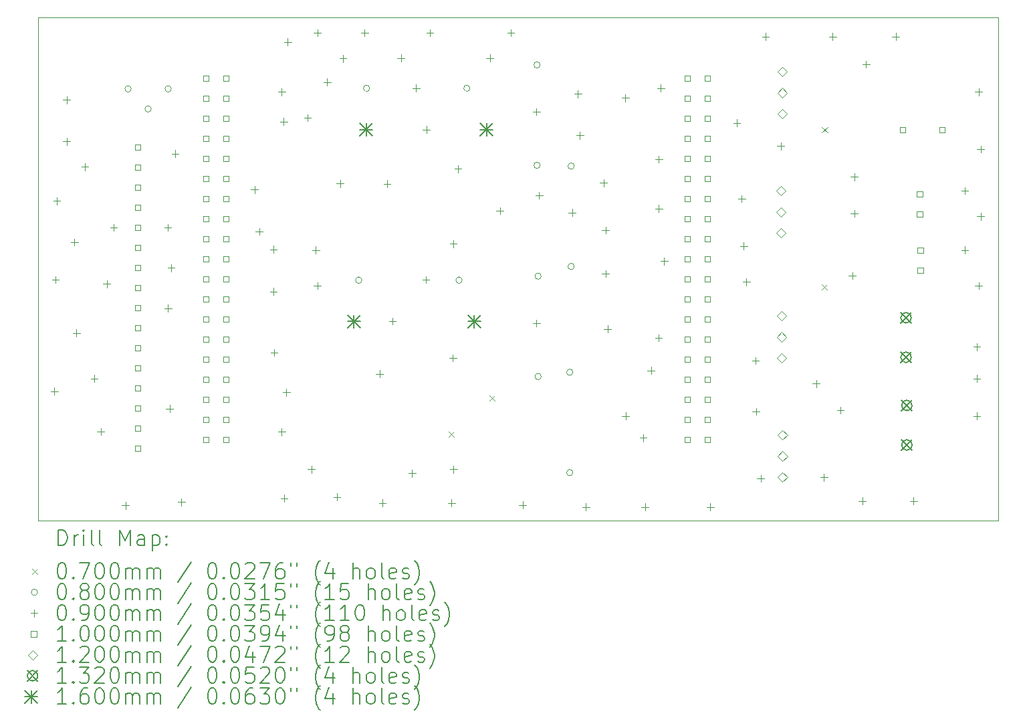
<source format=gbr>
%TF.GenerationSoftware,KiCad,Pcbnew,7.0.10*%
%TF.CreationDate,2024-03-22T14:29:53+05:30*%
%TF.ProjectId,small_pcb,736d616c-6c5f-4706-9362-2e6b69636164,rev?*%
%TF.SameCoordinates,Original*%
%TF.FileFunction,Drillmap*%
%TF.FilePolarity,Positive*%
%FSLAX45Y45*%
G04 Gerber Fmt 4.5, Leading zero omitted, Abs format (unit mm)*
G04 Created by KiCad (PCBNEW 7.0.10) date 2024-03-22 14:29:53*
%MOMM*%
%LPD*%
G01*
G04 APERTURE LIST*
%ADD10C,0.100000*%
%ADD11C,0.200000*%
%ADD12C,0.120000*%
%ADD13C,0.132000*%
%ADD14C,0.160000*%
G04 APERTURE END LIST*
D10*
X5438140Y-7231380D02*
X17599660Y-7231380D01*
X17599660Y-13596620D01*
X5438140Y-13596620D01*
X5438140Y-7231380D01*
D11*
D10*
X10635540Y-12471940D02*
X10705540Y-12541940D01*
X10705540Y-12471940D02*
X10635540Y-12541940D01*
X11153580Y-12015940D02*
X11223580Y-12085940D01*
X11223580Y-12015940D02*
X11153580Y-12085940D01*
X15360070Y-10610070D02*
X15430070Y-10680070D01*
X15430070Y-10610070D02*
X15360070Y-10680070D01*
X15365000Y-8621320D02*
X15435000Y-8691320D01*
X15435000Y-8621320D02*
X15365000Y-8691320D01*
X6618580Y-8134740D02*
G75*
G03*
X6538580Y-8134740I-40000J0D01*
G01*
X6538580Y-8134740D02*
G75*
G03*
X6618580Y-8134740I40000J0D01*
G01*
X6872580Y-8388740D02*
G75*
G03*
X6792580Y-8388740I-40000J0D01*
G01*
X6792580Y-8388740D02*
G75*
G03*
X6872580Y-8388740I40000J0D01*
G01*
X7126580Y-8134740D02*
G75*
G03*
X7046580Y-8134740I-40000J0D01*
G01*
X7046580Y-8134740D02*
G75*
G03*
X7126580Y-8134740I40000J0D01*
G01*
X9538580Y-10555940D02*
G75*
G03*
X9458580Y-10555940I-40000J0D01*
G01*
X9458580Y-10555940D02*
G75*
G03*
X9538580Y-10555940I40000J0D01*
G01*
X9638660Y-8128000D02*
G75*
G03*
X9558660Y-8128000I-40000J0D01*
G01*
X9558660Y-8128000D02*
G75*
G03*
X9638660Y-8128000I40000J0D01*
G01*
X10808580Y-10555940D02*
G75*
G03*
X10728580Y-10555940I-40000J0D01*
G01*
X10728580Y-10555940D02*
G75*
G03*
X10808580Y-10555940I40000J0D01*
G01*
X10908660Y-8128000D02*
G75*
G03*
X10828660Y-8128000I-40000J0D01*
G01*
X10828660Y-8128000D02*
G75*
G03*
X10908660Y-8128000I40000J0D01*
G01*
X11796580Y-7831740D02*
G75*
G03*
X11716580Y-7831740I-40000J0D01*
G01*
X11716580Y-7831740D02*
G75*
G03*
X11796580Y-7831740I40000J0D01*
G01*
X11796580Y-9101740D02*
G75*
G03*
X11716580Y-9101740I-40000J0D01*
G01*
X11716580Y-9101740D02*
G75*
G03*
X11796580Y-9101740I40000J0D01*
G01*
X11810000Y-10505000D02*
G75*
G03*
X11730000Y-10505000I-40000J0D01*
G01*
X11730000Y-10505000D02*
G75*
G03*
X11810000Y-10505000I40000J0D01*
G01*
X11810000Y-11775000D02*
G75*
G03*
X11730000Y-11775000I-40000J0D01*
G01*
X11730000Y-11775000D02*
G75*
G03*
X11810000Y-11775000I40000J0D01*
G01*
X12211580Y-11720740D02*
G75*
G03*
X12131580Y-11720740I-40000J0D01*
G01*
X12131580Y-11720740D02*
G75*
G03*
X12211580Y-11720740I40000J0D01*
G01*
X12211580Y-12990740D02*
G75*
G03*
X12131580Y-12990740I-40000J0D01*
G01*
X12131580Y-12990740D02*
G75*
G03*
X12211580Y-12990740I40000J0D01*
G01*
X12228580Y-9112740D02*
G75*
G03*
X12148580Y-9112740I-40000J0D01*
G01*
X12148580Y-9112740D02*
G75*
G03*
X12228580Y-9112740I40000J0D01*
G01*
X12228580Y-10382740D02*
G75*
G03*
X12148580Y-10382740I-40000J0D01*
G01*
X12148580Y-10382740D02*
G75*
G03*
X12228580Y-10382740I40000J0D01*
G01*
X5645000Y-11915000D02*
X5645000Y-12005000D01*
X5600000Y-11960000D02*
X5690000Y-11960000D01*
X5660000Y-10505000D02*
X5660000Y-10595000D01*
X5615000Y-10550000D02*
X5705000Y-10550000D01*
X5675000Y-9510000D02*
X5675000Y-9600000D01*
X5630000Y-9555000D02*
X5720000Y-9555000D01*
X5800000Y-8230000D02*
X5800000Y-8320000D01*
X5755000Y-8275000D02*
X5845000Y-8275000D01*
X5800000Y-8755000D02*
X5800000Y-8845000D01*
X5755000Y-8800000D02*
X5845000Y-8800000D01*
X5900000Y-10030000D02*
X5900000Y-10120000D01*
X5855000Y-10075000D02*
X5945000Y-10075000D01*
X5925000Y-11180000D02*
X5925000Y-11270000D01*
X5880000Y-11225000D02*
X5970000Y-11225000D01*
X6031340Y-9077780D02*
X6031340Y-9167780D01*
X5986340Y-9122780D02*
X6076340Y-9122780D01*
X6150000Y-11755000D02*
X6150000Y-11845000D01*
X6105000Y-11800000D02*
X6195000Y-11800000D01*
X6233160Y-12426400D02*
X6233160Y-12516400D01*
X6188160Y-12471400D02*
X6278160Y-12471400D01*
X6309360Y-10559500D02*
X6309360Y-10649500D01*
X6264360Y-10604500D02*
X6354360Y-10604500D01*
X6395720Y-9843220D02*
X6395720Y-9933220D01*
X6350720Y-9888220D02*
X6440720Y-9888220D01*
X6545000Y-13360000D02*
X6545000Y-13450000D01*
X6500000Y-13405000D02*
X6590000Y-13405000D01*
X7081520Y-9843220D02*
X7081520Y-9933220D01*
X7036520Y-9888220D02*
X7126520Y-9888220D01*
X7084060Y-10866840D02*
X7084060Y-10956840D01*
X7039060Y-10911840D02*
X7129060Y-10911840D01*
X7104380Y-12136840D02*
X7104380Y-12226840D01*
X7059380Y-12181840D02*
X7149380Y-12181840D01*
X7125000Y-10355000D02*
X7125000Y-10445000D01*
X7080000Y-10400000D02*
X7170000Y-10400000D01*
X7175000Y-8910000D02*
X7175000Y-9000000D01*
X7130000Y-8955000D02*
X7220000Y-8955000D01*
X7255000Y-13320000D02*
X7255000Y-13410000D01*
X7210000Y-13365000D02*
X7300000Y-13365000D01*
X8180000Y-9365000D02*
X8180000Y-9455000D01*
X8135000Y-9410000D02*
X8225000Y-9410000D01*
X8240000Y-9895000D02*
X8240000Y-9985000D01*
X8195000Y-9940000D02*
X8285000Y-9940000D01*
X8420100Y-10120080D02*
X8420100Y-10210080D01*
X8375100Y-10165080D02*
X8465100Y-10165080D01*
X8420100Y-10653480D02*
X8420100Y-10743480D01*
X8375100Y-10698480D02*
X8465100Y-10698480D01*
X8427720Y-11428180D02*
X8427720Y-11518180D01*
X8382720Y-11473180D02*
X8472720Y-11473180D01*
X8525000Y-8130000D02*
X8525000Y-8220000D01*
X8480000Y-8175000D02*
X8570000Y-8175000D01*
X8525000Y-12430000D02*
X8525000Y-12520000D01*
X8480000Y-12475000D02*
X8570000Y-12475000D01*
X8550000Y-8505000D02*
X8550000Y-8595000D01*
X8505000Y-8550000D02*
X8595000Y-8550000D01*
X8555000Y-13270000D02*
X8555000Y-13360000D01*
X8510000Y-13315000D02*
X8600000Y-13315000D01*
X8582660Y-11931100D02*
X8582660Y-12021100D01*
X8537660Y-11976100D02*
X8627660Y-11976100D01*
X8600440Y-7496260D02*
X8600440Y-7586260D01*
X8555440Y-7541260D02*
X8645440Y-7541260D01*
X8850000Y-8455000D02*
X8850000Y-8545000D01*
X8805000Y-8500000D02*
X8895000Y-8500000D01*
X8900000Y-12905000D02*
X8900000Y-12995000D01*
X8855000Y-12950000D02*
X8945000Y-12950000D01*
X8956040Y-10130240D02*
X8956040Y-10220240D01*
X8911040Y-10175240D02*
X9001040Y-10175240D01*
X8975000Y-7380000D02*
X8975000Y-7470000D01*
X8930000Y-7425000D02*
X9020000Y-7425000D01*
X8975000Y-10580000D02*
X8975000Y-10670000D01*
X8930000Y-10625000D02*
X9020000Y-10625000D01*
X9100000Y-8005000D02*
X9100000Y-8095000D01*
X9055000Y-8050000D02*
X9145000Y-8050000D01*
X9225000Y-13255000D02*
X9225000Y-13345000D01*
X9180000Y-13300000D02*
X9270000Y-13300000D01*
X9263580Y-9287940D02*
X9263580Y-9377940D01*
X9218580Y-9332940D02*
X9308580Y-9332940D01*
X9300000Y-7705000D02*
X9300000Y-7795000D01*
X9255000Y-7750000D02*
X9345000Y-7750000D01*
X9575000Y-7380000D02*
X9575000Y-7470000D01*
X9530000Y-7425000D02*
X9620000Y-7425000D01*
X9763760Y-11694880D02*
X9763760Y-11784880D01*
X9718760Y-11739880D02*
X9808760Y-11739880D01*
X9800000Y-13330000D02*
X9800000Y-13420000D01*
X9755000Y-13375000D02*
X9845000Y-13375000D01*
X9860280Y-9292040D02*
X9860280Y-9382040D01*
X9815280Y-9337040D02*
X9905280Y-9337040D01*
X9925000Y-11030000D02*
X9925000Y-11120000D01*
X9880000Y-11075000D02*
X9970000Y-11075000D01*
X10035000Y-7700000D02*
X10035000Y-7790000D01*
X9990000Y-7745000D02*
X10080000Y-7745000D01*
X10175000Y-12955000D02*
X10175000Y-13045000D01*
X10130000Y-13000000D02*
X10220000Y-13000000D01*
X10225000Y-8080000D02*
X10225000Y-8170000D01*
X10180000Y-8125000D02*
X10270000Y-8125000D01*
X10350000Y-10505000D02*
X10350000Y-10595000D01*
X10305000Y-10550000D02*
X10395000Y-10550000D01*
X10355580Y-8606240D02*
X10355580Y-8696240D01*
X10310580Y-8651240D02*
X10400580Y-8651240D01*
X10400000Y-7380000D02*
X10400000Y-7470000D01*
X10355000Y-7425000D02*
X10445000Y-7425000D01*
X10675000Y-13330000D02*
X10675000Y-13420000D01*
X10630000Y-13375000D02*
X10720000Y-13375000D01*
X10690860Y-11494220D02*
X10690860Y-11584220D01*
X10645860Y-11539220D02*
X10735860Y-11539220D01*
X10698480Y-10051940D02*
X10698480Y-10141940D01*
X10653480Y-10096940D02*
X10743480Y-10096940D01*
X10700000Y-12905000D02*
X10700000Y-12995000D01*
X10655000Y-12950000D02*
X10745000Y-12950000D01*
X10756900Y-9101540D02*
X10756900Y-9191540D01*
X10711900Y-9146540D02*
X10801900Y-9146540D01*
X11160000Y-7700000D02*
X11160000Y-7790000D01*
X11115000Y-7745000D02*
X11205000Y-7745000D01*
X11286410Y-9633590D02*
X11286410Y-9723590D01*
X11241410Y-9678590D02*
X11331410Y-9678590D01*
X11425000Y-7380000D02*
X11425000Y-7470000D01*
X11380000Y-7425000D02*
X11470000Y-7425000D01*
X11575000Y-13355000D02*
X11575000Y-13445000D01*
X11530000Y-13400000D02*
X11620000Y-13400000D01*
X11750000Y-8380000D02*
X11750000Y-8470000D01*
X11705000Y-8425000D02*
X11795000Y-8425000D01*
X11750000Y-11055000D02*
X11750000Y-11145000D01*
X11705000Y-11100000D02*
X11795000Y-11100000D01*
X11783060Y-9436820D02*
X11783060Y-9526820D01*
X11738060Y-9481820D02*
X11828060Y-9481820D01*
X12200000Y-9655000D02*
X12200000Y-9745000D01*
X12155000Y-9700000D02*
X12245000Y-9700000D01*
X12275820Y-8154120D02*
X12275820Y-8244120D01*
X12230820Y-8199120D02*
X12320820Y-8199120D01*
X12300000Y-8680000D02*
X12300000Y-8770000D01*
X12255000Y-8725000D02*
X12345000Y-8725000D01*
X12375000Y-13380000D02*
X12375000Y-13470000D01*
X12330000Y-13425000D02*
X12420000Y-13425000D01*
X12600000Y-9280000D02*
X12600000Y-9370000D01*
X12555000Y-9325000D02*
X12645000Y-9325000D01*
X12625000Y-9880000D02*
X12625000Y-9970000D01*
X12580000Y-9925000D02*
X12670000Y-9925000D01*
X12625000Y-10430000D02*
X12625000Y-10520000D01*
X12580000Y-10475000D02*
X12670000Y-10475000D01*
X12650000Y-11130000D02*
X12650000Y-11220000D01*
X12605000Y-11175000D02*
X12695000Y-11175000D01*
X12875000Y-8205000D02*
X12875000Y-8295000D01*
X12830000Y-8250000D02*
X12920000Y-8250000D01*
X12877800Y-12228280D02*
X12877800Y-12318280D01*
X12832800Y-12273280D02*
X12922800Y-12273280D01*
X13100000Y-12505000D02*
X13100000Y-12595000D01*
X13055000Y-12550000D02*
X13145000Y-12550000D01*
X13125000Y-13380000D02*
X13125000Y-13470000D01*
X13080000Y-13425000D02*
X13170000Y-13425000D01*
X13200000Y-11655000D02*
X13200000Y-11745000D01*
X13155000Y-11700000D02*
X13245000Y-11700000D01*
X13296900Y-11242760D02*
X13296900Y-11332760D01*
X13251900Y-11287760D02*
X13341900Y-11287760D01*
X13300000Y-8980000D02*
X13300000Y-9070000D01*
X13255000Y-9025000D02*
X13345000Y-9025000D01*
X13300000Y-9605000D02*
X13300000Y-9695000D01*
X13255000Y-9650000D02*
X13345000Y-9650000D01*
X13325000Y-8080000D02*
X13325000Y-8170000D01*
X13280000Y-8125000D02*
X13370000Y-8125000D01*
X13368020Y-10269940D02*
X13368020Y-10359940D01*
X13323020Y-10314940D02*
X13413020Y-10314940D01*
X13950000Y-13380000D02*
X13950000Y-13470000D01*
X13905000Y-13425000D02*
X13995000Y-13425000D01*
X14287500Y-8519880D02*
X14287500Y-8609880D01*
X14242500Y-8564880D02*
X14332500Y-8564880D01*
X14350000Y-9480000D02*
X14350000Y-9570000D01*
X14305000Y-9525000D02*
X14395000Y-9525000D01*
X14375000Y-10080000D02*
X14375000Y-10170000D01*
X14330000Y-10125000D02*
X14420000Y-10125000D01*
X14409420Y-10534100D02*
X14409420Y-10624100D01*
X14364420Y-10579100D02*
X14454420Y-10579100D01*
X14525000Y-11530000D02*
X14525000Y-11620000D01*
X14480000Y-11575000D02*
X14570000Y-11575000D01*
X14528800Y-12172400D02*
X14528800Y-12262400D01*
X14483800Y-12217400D02*
X14573800Y-12217400D01*
X14589760Y-13018220D02*
X14589760Y-13108220D01*
X14544760Y-13063220D02*
X14634760Y-13063220D01*
X14650000Y-7430000D02*
X14650000Y-7520000D01*
X14605000Y-7475000D02*
X14695000Y-7475000D01*
X14843760Y-8814520D02*
X14843760Y-8904520D01*
X14798760Y-8859520D02*
X14888760Y-8859520D01*
X15290800Y-11819340D02*
X15290800Y-11909340D01*
X15245800Y-11864340D02*
X15335800Y-11864340D01*
X15389860Y-13005520D02*
X15389860Y-13095520D01*
X15344860Y-13050520D02*
X15434860Y-13050520D01*
X15500000Y-7430000D02*
X15500000Y-7520000D01*
X15455000Y-7475000D02*
X15545000Y-7475000D01*
X15600000Y-12155000D02*
X15600000Y-12245000D01*
X15555000Y-12200000D02*
X15645000Y-12200000D01*
X15750000Y-10455000D02*
X15750000Y-10545000D01*
X15705000Y-10500000D02*
X15795000Y-10500000D01*
X15773400Y-9667960D02*
X15773400Y-9757960D01*
X15728400Y-9712960D02*
X15818400Y-9712960D01*
X15775000Y-9205000D02*
X15775000Y-9295000D01*
X15730000Y-9250000D02*
X15820000Y-9250000D01*
X15875000Y-13305000D02*
X15875000Y-13395000D01*
X15830000Y-13350000D02*
X15920000Y-13350000D01*
X15925000Y-7780000D02*
X15925000Y-7870000D01*
X15880000Y-7825000D02*
X15970000Y-7825000D01*
X16300000Y-7430000D02*
X16300000Y-7520000D01*
X16255000Y-7475000D02*
X16345000Y-7475000D01*
X16525000Y-13305000D02*
X16525000Y-13395000D01*
X16480000Y-13350000D02*
X16570000Y-13350000D01*
X17175000Y-9380000D02*
X17175000Y-9470000D01*
X17130000Y-9425000D02*
X17220000Y-9425000D01*
X17175000Y-10130000D02*
X17175000Y-10220000D01*
X17130000Y-10175000D02*
X17220000Y-10175000D01*
X17325000Y-11355000D02*
X17325000Y-11445000D01*
X17280000Y-11400000D02*
X17370000Y-11400000D01*
X17325000Y-11755000D02*
X17325000Y-11845000D01*
X17280000Y-11800000D02*
X17370000Y-11800000D01*
X17325000Y-12230000D02*
X17325000Y-12320000D01*
X17280000Y-12275000D02*
X17370000Y-12275000D01*
X17350000Y-8130000D02*
X17350000Y-8220000D01*
X17305000Y-8175000D02*
X17395000Y-8175000D01*
X17350000Y-10580000D02*
X17350000Y-10670000D01*
X17305000Y-10625000D02*
X17395000Y-10625000D01*
X17375000Y-8855000D02*
X17375000Y-8945000D01*
X17330000Y-8900000D02*
X17420000Y-8900000D01*
X17375000Y-9705000D02*
X17375000Y-9795000D01*
X17330000Y-9750000D02*
X17420000Y-9750000D01*
X6735836Y-8907576D02*
X6735836Y-8836864D01*
X6665124Y-8836864D01*
X6665124Y-8907576D01*
X6735836Y-8907576D01*
X6735836Y-9161576D02*
X6735836Y-9090864D01*
X6665124Y-9090864D01*
X6665124Y-9161576D01*
X6735836Y-9161576D01*
X6735836Y-9415576D02*
X6735836Y-9344864D01*
X6665124Y-9344864D01*
X6665124Y-9415576D01*
X6735836Y-9415576D01*
X6735836Y-9669576D02*
X6735836Y-9598864D01*
X6665124Y-9598864D01*
X6665124Y-9669576D01*
X6735836Y-9669576D01*
X6735836Y-9923576D02*
X6735836Y-9852864D01*
X6665124Y-9852864D01*
X6665124Y-9923576D01*
X6735836Y-9923576D01*
X6735836Y-10177576D02*
X6735836Y-10106864D01*
X6665124Y-10106864D01*
X6665124Y-10177576D01*
X6735836Y-10177576D01*
X6735836Y-10431576D02*
X6735836Y-10360864D01*
X6665124Y-10360864D01*
X6665124Y-10431576D01*
X6735836Y-10431576D01*
X6735836Y-10685576D02*
X6735836Y-10614864D01*
X6665124Y-10614864D01*
X6665124Y-10685576D01*
X6735836Y-10685576D01*
X6735836Y-10939576D02*
X6735836Y-10868864D01*
X6665124Y-10868864D01*
X6665124Y-10939576D01*
X6735836Y-10939576D01*
X6735836Y-11193576D02*
X6735836Y-11122864D01*
X6665124Y-11122864D01*
X6665124Y-11193576D01*
X6735836Y-11193576D01*
X6735836Y-11447576D02*
X6735836Y-11376864D01*
X6665124Y-11376864D01*
X6665124Y-11447576D01*
X6735836Y-11447576D01*
X6735836Y-11701576D02*
X6735836Y-11630864D01*
X6665124Y-11630864D01*
X6665124Y-11701576D01*
X6735836Y-11701576D01*
X6735836Y-11955576D02*
X6735836Y-11884864D01*
X6665124Y-11884864D01*
X6665124Y-11955576D01*
X6735836Y-11955576D01*
X6735836Y-12209576D02*
X6735836Y-12138864D01*
X6665124Y-12138864D01*
X6665124Y-12209576D01*
X6735836Y-12209576D01*
X6735836Y-12463576D02*
X6735836Y-12392864D01*
X6665124Y-12392864D01*
X6665124Y-12463576D01*
X6735836Y-12463576D01*
X6735836Y-12717576D02*
X6735836Y-12646864D01*
X6665124Y-12646864D01*
X6665124Y-12717576D01*
X6735836Y-12717576D01*
X7596936Y-8038896D02*
X7596936Y-7968184D01*
X7526224Y-7968184D01*
X7526224Y-8038896D01*
X7596936Y-8038896D01*
X7596936Y-8292896D02*
X7596936Y-8222184D01*
X7526224Y-8222184D01*
X7526224Y-8292896D01*
X7596936Y-8292896D01*
X7596936Y-8546896D02*
X7596936Y-8476184D01*
X7526224Y-8476184D01*
X7526224Y-8546896D01*
X7596936Y-8546896D01*
X7596936Y-8800896D02*
X7596936Y-8730184D01*
X7526224Y-8730184D01*
X7526224Y-8800896D01*
X7596936Y-8800896D01*
X7596936Y-9054896D02*
X7596936Y-8984184D01*
X7526224Y-8984184D01*
X7526224Y-9054896D01*
X7596936Y-9054896D01*
X7596936Y-9308896D02*
X7596936Y-9238184D01*
X7526224Y-9238184D01*
X7526224Y-9308896D01*
X7596936Y-9308896D01*
X7596936Y-9562896D02*
X7596936Y-9492184D01*
X7526224Y-9492184D01*
X7526224Y-9562896D01*
X7596936Y-9562896D01*
X7596936Y-9816896D02*
X7596936Y-9746184D01*
X7526224Y-9746184D01*
X7526224Y-9816896D01*
X7596936Y-9816896D01*
X7596936Y-10070896D02*
X7596936Y-10000184D01*
X7526224Y-10000184D01*
X7526224Y-10070896D01*
X7596936Y-10070896D01*
X7596936Y-10324896D02*
X7596936Y-10254184D01*
X7526224Y-10254184D01*
X7526224Y-10324896D01*
X7596936Y-10324896D01*
X7596936Y-10578896D02*
X7596936Y-10508184D01*
X7526224Y-10508184D01*
X7526224Y-10578896D01*
X7596936Y-10578896D01*
X7596936Y-10832896D02*
X7596936Y-10762184D01*
X7526224Y-10762184D01*
X7526224Y-10832896D01*
X7596936Y-10832896D01*
X7596936Y-11086896D02*
X7596936Y-11016184D01*
X7526224Y-11016184D01*
X7526224Y-11086896D01*
X7596936Y-11086896D01*
X7596936Y-11340896D02*
X7596936Y-11270184D01*
X7526224Y-11270184D01*
X7526224Y-11340896D01*
X7596936Y-11340896D01*
X7596936Y-11594896D02*
X7596936Y-11524184D01*
X7526224Y-11524184D01*
X7526224Y-11594896D01*
X7596936Y-11594896D01*
X7596936Y-11848896D02*
X7596936Y-11778184D01*
X7526224Y-11778184D01*
X7526224Y-11848896D01*
X7596936Y-11848896D01*
X7596936Y-12102896D02*
X7596936Y-12032184D01*
X7526224Y-12032184D01*
X7526224Y-12102896D01*
X7596936Y-12102896D01*
X7596936Y-12356896D02*
X7596936Y-12286184D01*
X7526224Y-12286184D01*
X7526224Y-12356896D01*
X7596936Y-12356896D01*
X7596936Y-12610896D02*
X7596936Y-12540184D01*
X7526224Y-12540184D01*
X7526224Y-12610896D01*
X7596936Y-12610896D01*
X7850936Y-8038896D02*
X7850936Y-7968184D01*
X7780224Y-7968184D01*
X7780224Y-8038896D01*
X7850936Y-8038896D01*
X7850936Y-8292896D02*
X7850936Y-8222184D01*
X7780224Y-8222184D01*
X7780224Y-8292896D01*
X7850936Y-8292896D01*
X7850936Y-8546896D02*
X7850936Y-8476184D01*
X7780224Y-8476184D01*
X7780224Y-8546896D01*
X7850936Y-8546896D01*
X7850936Y-8800896D02*
X7850936Y-8730184D01*
X7780224Y-8730184D01*
X7780224Y-8800896D01*
X7850936Y-8800896D01*
X7850936Y-9054896D02*
X7850936Y-8984184D01*
X7780224Y-8984184D01*
X7780224Y-9054896D01*
X7850936Y-9054896D01*
X7850936Y-9308896D02*
X7850936Y-9238184D01*
X7780224Y-9238184D01*
X7780224Y-9308896D01*
X7850936Y-9308896D01*
X7850936Y-9562896D02*
X7850936Y-9492184D01*
X7780224Y-9492184D01*
X7780224Y-9562896D01*
X7850936Y-9562896D01*
X7850936Y-9816896D02*
X7850936Y-9746184D01*
X7780224Y-9746184D01*
X7780224Y-9816896D01*
X7850936Y-9816896D01*
X7850936Y-10070896D02*
X7850936Y-10000184D01*
X7780224Y-10000184D01*
X7780224Y-10070896D01*
X7850936Y-10070896D01*
X7850936Y-10324896D02*
X7850936Y-10254184D01*
X7780224Y-10254184D01*
X7780224Y-10324896D01*
X7850936Y-10324896D01*
X7850936Y-10578896D02*
X7850936Y-10508184D01*
X7780224Y-10508184D01*
X7780224Y-10578896D01*
X7850936Y-10578896D01*
X7850936Y-10832896D02*
X7850936Y-10762184D01*
X7780224Y-10762184D01*
X7780224Y-10832896D01*
X7850936Y-10832896D01*
X7850936Y-11086896D02*
X7850936Y-11016184D01*
X7780224Y-11016184D01*
X7780224Y-11086896D01*
X7850936Y-11086896D01*
X7850936Y-11340896D02*
X7850936Y-11270184D01*
X7780224Y-11270184D01*
X7780224Y-11340896D01*
X7850936Y-11340896D01*
X7850936Y-11594896D02*
X7850936Y-11524184D01*
X7780224Y-11524184D01*
X7780224Y-11594896D01*
X7850936Y-11594896D01*
X7850936Y-11848896D02*
X7850936Y-11778184D01*
X7780224Y-11778184D01*
X7780224Y-11848896D01*
X7850936Y-11848896D01*
X7850936Y-12102896D02*
X7850936Y-12032184D01*
X7780224Y-12032184D01*
X7780224Y-12102896D01*
X7850936Y-12102896D01*
X7850936Y-12356896D02*
X7850936Y-12286184D01*
X7780224Y-12286184D01*
X7780224Y-12356896D01*
X7850936Y-12356896D01*
X7850936Y-12610896D02*
X7850936Y-12540184D01*
X7780224Y-12540184D01*
X7780224Y-12610896D01*
X7850936Y-12610896D01*
X13696936Y-8038896D02*
X13696936Y-7968184D01*
X13626224Y-7968184D01*
X13626224Y-8038896D01*
X13696936Y-8038896D01*
X13696936Y-8292896D02*
X13696936Y-8222184D01*
X13626224Y-8222184D01*
X13626224Y-8292896D01*
X13696936Y-8292896D01*
X13696936Y-8546896D02*
X13696936Y-8476184D01*
X13626224Y-8476184D01*
X13626224Y-8546896D01*
X13696936Y-8546896D01*
X13696936Y-8800896D02*
X13696936Y-8730184D01*
X13626224Y-8730184D01*
X13626224Y-8800896D01*
X13696936Y-8800896D01*
X13696936Y-9054896D02*
X13696936Y-8984184D01*
X13626224Y-8984184D01*
X13626224Y-9054896D01*
X13696936Y-9054896D01*
X13696936Y-9308896D02*
X13696936Y-9238184D01*
X13626224Y-9238184D01*
X13626224Y-9308896D01*
X13696936Y-9308896D01*
X13696936Y-9562896D02*
X13696936Y-9492184D01*
X13626224Y-9492184D01*
X13626224Y-9562896D01*
X13696936Y-9562896D01*
X13696936Y-9816896D02*
X13696936Y-9746184D01*
X13626224Y-9746184D01*
X13626224Y-9816896D01*
X13696936Y-9816896D01*
X13696936Y-10070896D02*
X13696936Y-10000184D01*
X13626224Y-10000184D01*
X13626224Y-10070896D01*
X13696936Y-10070896D01*
X13696936Y-10324896D02*
X13696936Y-10254184D01*
X13626224Y-10254184D01*
X13626224Y-10324896D01*
X13696936Y-10324896D01*
X13696936Y-10578896D02*
X13696936Y-10508184D01*
X13626224Y-10508184D01*
X13626224Y-10578896D01*
X13696936Y-10578896D01*
X13696936Y-10832896D02*
X13696936Y-10762184D01*
X13626224Y-10762184D01*
X13626224Y-10832896D01*
X13696936Y-10832896D01*
X13696936Y-11086896D02*
X13696936Y-11016184D01*
X13626224Y-11016184D01*
X13626224Y-11086896D01*
X13696936Y-11086896D01*
X13696936Y-11340896D02*
X13696936Y-11270184D01*
X13626224Y-11270184D01*
X13626224Y-11340896D01*
X13696936Y-11340896D01*
X13696936Y-11594896D02*
X13696936Y-11524184D01*
X13626224Y-11524184D01*
X13626224Y-11594896D01*
X13696936Y-11594896D01*
X13696936Y-11848896D02*
X13696936Y-11778184D01*
X13626224Y-11778184D01*
X13626224Y-11848896D01*
X13696936Y-11848896D01*
X13696936Y-12102896D02*
X13696936Y-12032184D01*
X13626224Y-12032184D01*
X13626224Y-12102896D01*
X13696936Y-12102896D01*
X13696936Y-12356896D02*
X13696936Y-12286184D01*
X13626224Y-12286184D01*
X13626224Y-12356896D01*
X13696936Y-12356896D01*
X13696936Y-12610896D02*
X13696936Y-12540184D01*
X13626224Y-12540184D01*
X13626224Y-12610896D01*
X13696936Y-12610896D01*
X13950936Y-8038896D02*
X13950936Y-7968184D01*
X13880224Y-7968184D01*
X13880224Y-8038896D01*
X13950936Y-8038896D01*
X13950936Y-8292896D02*
X13950936Y-8222184D01*
X13880224Y-8222184D01*
X13880224Y-8292896D01*
X13950936Y-8292896D01*
X13950936Y-8546896D02*
X13950936Y-8476184D01*
X13880224Y-8476184D01*
X13880224Y-8546896D01*
X13950936Y-8546896D01*
X13950936Y-8800896D02*
X13950936Y-8730184D01*
X13880224Y-8730184D01*
X13880224Y-8800896D01*
X13950936Y-8800896D01*
X13950936Y-9054896D02*
X13950936Y-8984184D01*
X13880224Y-8984184D01*
X13880224Y-9054896D01*
X13950936Y-9054896D01*
X13950936Y-9308896D02*
X13950936Y-9238184D01*
X13880224Y-9238184D01*
X13880224Y-9308896D01*
X13950936Y-9308896D01*
X13950936Y-9562896D02*
X13950936Y-9492184D01*
X13880224Y-9492184D01*
X13880224Y-9562896D01*
X13950936Y-9562896D01*
X13950936Y-9816896D02*
X13950936Y-9746184D01*
X13880224Y-9746184D01*
X13880224Y-9816896D01*
X13950936Y-9816896D01*
X13950936Y-10070896D02*
X13950936Y-10000184D01*
X13880224Y-10000184D01*
X13880224Y-10070896D01*
X13950936Y-10070896D01*
X13950936Y-10324896D02*
X13950936Y-10254184D01*
X13880224Y-10254184D01*
X13880224Y-10324896D01*
X13950936Y-10324896D01*
X13950936Y-10578896D02*
X13950936Y-10508184D01*
X13880224Y-10508184D01*
X13880224Y-10578896D01*
X13950936Y-10578896D01*
X13950936Y-10832896D02*
X13950936Y-10762184D01*
X13880224Y-10762184D01*
X13880224Y-10832896D01*
X13950936Y-10832896D01*
X13950936Y-11086896D02*
X13950936Y-11016184D01*
X13880224Y-11016184D01*
X13880224Y-11086896D01*
X13950936Y-11086896D01*
X13950936Y-11340896D02*
X13950936Y-11270184D01*
X13880224Y-11270184D01*
X13880224Y-11340896D01*
X13950936Y-11340896D01*
X13950936Y-11594896D02*
X13950936Y-11524184D01*
X13880224Y-11524184D01*
X13880224Y-11594896D01*
X13950936Y-11594896D01*
X13950936Y-11848896D02*
X13950936Y-11778184D01*
X13880224Y-11778184D01*
X13880224Y-11848896D01*
X13950936Y-11848896D01*
X13950936Y-12102896D02*
X13950936Y-12032184D01*
X13880224Y-12032184D01*
X13880224Y-12102896D01*
X13950936Y-12102896D01*
X13950936Y-12356896D02*
X13950936Y-12286184D01*
X13880224Y-12286184D01*
X13880224Y-12356896D01*
X13950936Y-12356896D01*
X13950936Y-12610896D02*
X13950936Y-12540184D01*
X13880224Y-12540184D01*
X13880224Y-12610896D01*
X13950936Y-12610896D01*
X16423588Y-8690356D02*
X16423588Y-8619644D01*
X16352877Y-8619644D01*
X16352877Y-8690356D01*
X16423588Y-8690356D01*
X16637646Y-9503276D02*
X16637646Y-9432564D01*
X16566934Y-9432564D01*
X16566934Y-9503276D01*
X16637646Y-9503276D01*
X16637646Y-9757276D02*
X16637646Y-9686564D01*
X16566934Y-9686564D01*
X16566934Y-9757276D01*
X16637646Y-9757276D01*
X16645746Y-10214476D02*
X16645746Y-10143764D01*
X16575034Y-10143764D01*
X16575034Y-10214476D01*
X16645746Y-10214476D01*
X16645746Y-10468476D02*
X16645746Y-10397764D01*
X16575034Y-10397764D01*
X16575034Y-10468476D01*
X16645746Y-10468476D01*
X16923588Y-8690356D02*
X16923588Y-8619644D01*
X16852877Y-8619644D01*
X16852877Y-8690356D01*
X16923588Y-8690356D01*
D12*
X14842480Y-9486470D02*
X14902480Y-9426470D01*
X14842480Y-9366470D01*
X14782480Y-9426470D01*
X14842480Y-9486470D01*
X14842480Y-9753470D02*
X14902480Y-9693470D01*
X14842480Y-9633470D01*
X14782480Y-9693470D01*
X14842480Y-9753470D01*
X14842480Y-10020470D02*
X14902480Y-9960470D01*
X14842480Y-9900470D01*
X14782480Y-9960470D01*
X14842480Y-10020470D01*
X14853820Y-11067115D02*
X14913820Y-11007115D01*
X14853820Y-10947115D01*
X14793820Y-11007115D01*
X14853820Y-11067115D01*
X14853820Y-11334115D02*
X14913820Y-11274115D01*
X14853820Y-11214115D01*
X14793820Y-11274115D01*
X14853820Y-11334115D01*
X14853820Y-11601115D02*
X14913820Y-11541115D01*
X14853820Y-11481115D01*
X14793820Y-11541115D01*
X14853820Y-11601115D01*
X14863520Y-7976890D02*
X14923520Y-7916890D01*
X14863520Y-7856890D01*
X14803520Y-7916890D01*
X14863520Y-7976890D01*
X14863520Y-8243890D02*
X14923520Y-8183890D01*
X14863520Y-8123890D01*
X14803520Y-8183890D01*
X14863520Y-8243890D01*
X14863520Y-8510890D02*
X14923520Y-8450890D01*
X14863520Y-8390890D01*
X14803520Y-8450890D01*
X14863520Y-8510890D01*
X14866310Y-12574580D02*
X14926310Y-12514580D01*
X14866310Y-12454580D01*
X14806310Y-12514580D01*
X14866310Y-12574580D01*
X14866310Y-12841580D02*
X14926310Y-12781580D01*
X14866310Y-12721580D01*
X14806310Y-12781580D01*
X14866310Y-12841580D01*
X14866310Y-13108580D02*
X14926310Y-13048580D01*
X14866310Y-12988580D01*
X14806310Y-13048580D01*
X14866310Y-13108580D01*
D13*
X16362390Y-10965820D02*
X16494390Y-11097820D01*
X16494390Y-10965820D02*
X16362390Y-11097820D01*
X16494390Y-11031820D02*
G75*
G03*
X16362390Y-11031820I-66000J0D01*
G01*
X16362390Y-11031820D02*
G75*
G03*
X16494390Y-11031820I66000J0D01*
G01*
X16362390Y-11465820D02*
X16494390Y-11597820D01*
X16494390Y-11465820D02*
X16362390Y-11597820D01*
X16494390Y-11531820D02*
G75*
G03*
X16362390Y-11531820I-66000J0D01*
G01*
X16362390Y-11531820D02*
G75*
G03*
X16494390Y-11531820I66000J0D01*
G01*
X16372880Y-12075200D02*
X16504880Y-12207200D01*
X16504880Y-12075200D02*
X16372880Y-12207200D01*
X16504880Y-12141200D02*
G75*
G03*
X16372880Y-12141200I-66000J0D01*
G01*
X16372880Y-12141200D02*
G75*
G03*
X16504880Y-12141200I66000J0D01*
G01*
X16372880Y-12575200D02*
X16504880Y-12707200D01*
X16504880Y-12575200D02*
X16372880Y-12707200D01*
X16504880Y-12641200D02*
G75*
G03*
X16372880Y-12641200I-66000J0D01*
G01*
X16372880Y-12641200D02*
G75*
G03*
X16504880Y-12641200I66000J0D01*
G01*
D14*
X9356580Y-10995940D02*
X9516580Y-11155940D01*
X9516580Y-10995940D02*
X9356580Y-11155940D01*
X9436580Y-10995940D02*
X9436580Y-11155940D01*
X9356580Y-11075940D02*
X9516580Y-11075940D01*
X9513580Y-8571240D02*
X9673580Y-8731240D01*
X9673580Y-8571240D02*
X9513580Y-8731240D01*
X9593580Y-8571240D02*
X9593580Y-8731240D01*
X9513580Y-8651240D02*
X9673580Y-8651240D01*
X10880580Y-10995940D02*
X11040580Y-11155940D01*
X11040580Y-10995940D02*
X10880580Y-11155940D01*
X10960580Y-10995940D02*
X10960580Y-11155940D01*
X10880580Y-11075940D02*
X11040580Y-11075940D01*
X11037580Y-8571240D02*
X11197580Y-8731240D01*
X11197580Y-8571240D02*
X11037580Y-8731240D01*
X11117580Y-8571240D02*
X11117580Y-8731240D01*
X11037580Y-8651240D02*
X11197580Y-8651240D01*
D11*
X5693917Y-13913104D02*
X5693917Y-13713104D01*
X5693917Y-13713104D02*
X5741536Y-13713104D01*
X5741536Y-13713104D02*
X5770107Y-13722628D01*
X5770107Y-13722628D02*
X5789155Y-13741675D01*
X5789155Y-13741675D02*
X5798679Y-13760723D01*
X5798679Y-13760723D02*
X5808202Y-13798818D01*
X5808202Y-13798818D02*
X5808202Y-13827389D01*
X5808202Y-13827389D02*
X5798679Y-13865485D01*
X5798679Y-13865485D02*
X5789155Y-13884532D01*
X5789155Y-13884532D02*
X5770107Y-13903580D01*
X5770107Y-13903580D02*
X5741536Y-13913104D01*
X5741536Y-13913104D02*
X5693917Y-13913104D01*
X5893917Y-13913104D02*
X5893917Y-13779770D01*
X5893917Y-13817866D02*
X5903441Y-13798818D01*
X5903441Y-13798818D02*
X5912964Y-13789294D01*
X5912964Y-13789294D02*
X5932012Y-13779770D01*
X5932012Y-13779770D02*
X5951060Y-13779770D01*
X6017726Y-13913104D02*
X6017726Y-13779770D01*
X6017726Y-13713104D02*
X6008202Y-13722628D01*
X6008202Y-13722628D02*
X6017726Y-13732151D01*
X6017726Y-13732151D02*
X6027250Y-13722628D01*
X6027250Y-13722628D02*
X6017726Y-13713104D01*
X6017726Y-13713104D02*
X6017726Y-13732151D01*
X6141536Y-13913104D02*
X6122488Y-13903580D01*
X6122488Y-13903580D02*
X6112964Y-13884532D01*
X6112964Y-13884532D02*
X6112964Y-13713104D01*
X6246298Y-13913104D02*
X6227250Y-13903580D01*
X6227250Y-13903580D02*
X6217726Y-13884532D01*
X6217726Y-13884532D02*
X6217726Y-13713104D01*
X6474869Y-13913104D02*
X6474869Y-13713104D01*
X6474869Y-13713104D02*
X6541536Y-13855961D01*
X6541536Y-13855961D02*
X6608202Y-13713104D01*
X6608202Y-13713104D02*
X6608202Y-13913104D01*
X6789155Y-13913104D02*
X6789155Y-13808342D01*
X6789155Y-13808342D02*
X6779631Y-13789294D01*
X6779631Y-13789294D02*
X6760583Y-13779770D01*
X6760583Y-13779770D02*
X6722488Y-13779770D01*
X6722488Y-13779770D02*
X6703441Y-13789294D01*
X6789155Y-13903580D02*
X6770107Y-13913104D01*
X6770107Y-13913104D02*
X6722488Y-13913104D01*
X6722488Y-13913104D02*
X6703441Y-13903580D01*
X6703441Y-13903580D02*
X6693917Y-13884532D01*
X6693917Y-13884532D02*
X6693917Y-13865485D01*
X6693917Y-13865485D02*
X6703441Y-13846437D01*
X6703441Y-13846437D02*
X6722488Y-13836913D01*
X6722488Y-13836913D02*
X6770107Y-13836913D01*
X6770107Y-13836913D02*
X6789155Y-13827389D01*
X6884393Y-13779770D02*
X6884393Y-13979770D01*
X6884393Y-13789294D02*
X6903441Y-13779770D01*
X6903441Y-13779770D02*
X6941536Y-13779770D01*
X6941536Y-13779770D02*
X6960583Y-13789294D01*
X6960583Y-13789294D02*
X6970107Y-13798818D01*
X6970107Y-13798818D02*
X6979631Y-13817866D01*
X6979631Y-13817866D02*
X6979631Y-13875008D01*
X6979631Y-13875008D02*
X6970107Y-13894056D01*
X6970107Y-13894056D02*
X6960583Y-13903580D01*
X6960583Y-13903580D02*
X6941536Y-13913104D01*
X6941536Y-13913104D02*
X6903441Y-13913104D01*
X6903441Y-13913104D02*
X6884393Y-13903580D01*
X7065345Y-13894056D02*
X7074869Y-13903580D01*
X7074869Y-13903580D02*
X7065345Y-13913104D01*
X7065345Y-13913104D02*
X7055822Y-13903580D01*
X7055822Y-13903580D02*
X7065345Y-13894056D01*
X7065345Y-13894056D02*
X7065345Y-13913104D01*
X7065345Y-13789294D02*
X7074869Y-13798818D01*
X7074869Y-13798818D02*
X7065345Y-13808342D01*
X7065345Y-13808342D02*
X7055822Y-13798818D01*
X7055822Y-13798818D02*
X7065345Y-13789294D01*
X7065345Y-13789294D02*
X7065345Y-13808342D01*
D10*
X5363140Y-14206620D02*
X5433140Y-14276620D01*
X5433140Y-14206620D02*
X5363140Y-14276620D01*
D11*
X5732012Y-14133104D02*
X5751060Y-14133104D01*
X5751060Y-14133104D02*
X5770107Y-14142628D01*
X5770107Y-14142628D02*
X5779631Y-14152151D01*
X5779631Y-14152151D02*
X5789155Y-14171199D01*
X5789155Y-14171199D02*
X5798679Y-14209294D01*
X5798679Y-14209294D02*
X5798679Y-14256913D01*
X5798679Y-14256913D02*
X5789155Y-14295008D01*
X5789155Y-14295008D02*
X5779631Y-14314056D01*
X5779631Y-14314056D02*
X5770107Y-14323580D01*
X5770107Y-14323580D02*
X5751060Y-14333104D01*
X5751060Y-14333104D02*
X5732012Y-14333104D01*
X5732012Y-14333104D02*
X5712964Y-14323580D01*
X5712964Y-14323580D02*
X5703441Y-14314056D01*
X5703441Y-14314056D02*
X5693917Y-14295008D01*
X5693917Y-14295008D02*
X5684393Y-14256913D01*
X5684393Y-14256913D02*
X5684393Y-14209294D01*
X5684393Y-14209294D02*
X5693917Y-14171199D01*
X5693917Y-14171199D02*
X5703441Y-14152151D01*
X5703441Y-14152151D02*
X5712964Y-14142628D01*
X5712964Y-14142628D02*
X5732012Y-14133104D01*
X5884393Y-14314056D02*
X5893917Y-14323580D01*
X5893917Y-14323580D02*
X5884393Y-14333104D01*
X5884393Y-14333104D02*
X5874869Y-14323580D01*
X5874869Y-14323580D02*
X5884393Y-14314056D01*
X5884393Y-14314056D02*
X5884393Y-14333104D01*
X5960583Y-14133104D02*
X6093917Y-14133104D01*
X6093917Y-14133104D02*
X6008202Y-14333104D01*
X6208202Y-14133104D02*
X6227250Y-14133104D01*
X6227250Y-14133104D02*
X6246298Y-14142628D01*
X6246298Y-14142628D02*
X6255822Y-14152151D01*
X6255822Y-14152151D02*
X6265345Y-14171199D01*
X6265345Y-14171199D02*
X6274869Y-14209294D01*
X6274869Y-14209294D02*
X6274869Y-14256913D01*
X6274869Y-14256913D02*
X6265345Y-14295008D01*
X6265345Y-14295008D02*
X6255822Y-14314056D01*
X6255822Y-14314056D02*
X6246298Y-14323580D01*
X6246298Y-14323580D02*
X6227250Y-14333104D01*
X6227250Y-14333104D02*
X6208202Y-14333104D01*
X6208202Y-14333104D02*
X6189155Y-14323580D01*
X6189155Y-14323580D02*
X6179631Y-14314056D01*
X6179631Y-14314056D02*
X6170107Y-14295008D01*
X6170107Y-14295008D02*
X6160583Y-14256913D01*
X6160583Y-14256913D02*
X6160583Y-14209294D01*
X6160583Y-14209294D02*
X6170107Y-14171199D01*
X6170107Y-14171199D02*
X6179631Y-14152151D01*
X6179631Y-14152151D02*
X6189155Y-14142628D01*
X6189155Y-14142628D02*
X6208202Y-14133104D01*
X6398679Y-14133104D02*
X6417726Y-14133104D01*
X6417726Y-14133104D02*
X6436774Y-14142628D01*
X6436774Y-14142628D02*
X6446298Y-14152151D01*
X6446298Y-14152151D02*
X6455822Y-14171199D01*
X6455822Y-14171199D02*
X6465345Y-14209294D01*
X6465345Y-14209294D02*
X6465345Y-14256913D01*
X6465345Y-14256913D02*
X6455822Y-14295008D01*
X6455822Y-14295008D02*
X6446298Y-14314056D01*
X6446298Y-14314056D02*
X6436774Y-14323580D01*
X6436774Y-14323580D02*
X6417726Y-14333104D01*
X6417726Y-14333104D02*
X6398679Y-14333104D01*
X6398679Y-14333104D02*
X6379631Y-14323580D01*
X6379631Y-14323580D02*
X6370107Y-14314056D01*
X6370107Y-14314056D02*
X6360583Y-14295008D01*
X6360583Y-14295008D02*
X6351060Y-14256913D01*
X6351060Y-14256913D02*
X6351060Y-14209294D01*
X6351060Y-14209294D02*
X6360583Y-14171199D01*
X6360583Y-14171199D02*
X6370107Y-14152151D01*
X6370107Y-14152151D02*
X6379631Y-14142628D01*
X6379631Y-14142628D02*
X6398679Y-14133104D01*
X6551060Y-14333104D02*
X6551060Y-14199770D01*
X6551060Y-14218818D02*
X6560583Y-14209294D01*
X6560583Y-14209294D02*
X6579631Y-14199770D01*
X6579631Y-14199770D02*
X6608203Y-14199770D01*
X6608203Y-14199770D02*
X6627250Y-14209294D01*
X6627250Y-14209294D02*
X6636774Y-14228342D01*
X6636774Y-14228342D02*
X6636774Y-14333104D01*
X6636774Y-14228342D02*
X6646298Y-14209294D01*
X6646298Y-14209294D02*
X6665345Y-14199770D01*
X6665345Y-14199770D02*
X6693917Y-14199770D01*
X6693917Y-14199770D02*
X6712964Y-14209294D01*
X6712964Y-14209294D02*
X6722488Y-14228342D01*
X6722488Y-14228342D02*
X6722488Y-14333104D01*
X6817726Y-14333104D02*
X6817726Y-14199770D01*
X6817726Y-14218818D02*
X6827250Y-14209294D01*
X6827250Y-14209294D02*
X6846298Y-14199770D01*
X6846298Y-14199770D02*
X6874869Y-14199770D01*
X6874869Y-14199770D02*
X6893917Y-14209294D01*
X6893917Y-14209294D02*
X6903441Y-14228342D01*
X6903441Y-14228342D02*
X6903441Y-14333104D01*
X6903441Y-14228342D02*
X6912964Y-14209294D01*
X6912964Y-14209294D02*
X6932012Y-14199770D01*
X6932012Y-14199770D02*
X6960583Y-14199770D01*
X6960583Y-14199770D02*
X6979631Y-14209294D01*
X6979631Y-14209294D02*
X6989155Y-14228342D01*
X6989155Y-14228342D02*
X6989155Y-14333104D01*
X7379631Y-14123580D02*
X7208203Y-14380723D01*
X7636774Y-14133104D02*
X7655822Y-14133104D01*
X7655822Y-14133104D02*
X7674869Y-14142628D01*
X7674869Y-14142628D02*
X7684393Y-14152151D01*
X7684393Y-14152151D02*
X7693917Y-14171199D01*
X7693917Y-14171199D02*
X7703441Y-14209294D01*
X7703441Y-14209294D02*
X7703441Y-14256913D01*
X7703441Y-14256913D02*
X7693917Y-14295008D01*
X7693917Y-14295008D02*
X7684393Y-14314056D01*
X7684393Y-14314056D02*
X7674869Y-14323580D01*
X7674869Y-14323580D02*
X7655822Y-14333104D01*
X7655822Y-14333104D02*
X7636774Y-14333104D01*
X7636774Y-14333104D02*
X7617726Y-14323580D01*
X7617726Y-14323580D02*
X7608203Y-14314056D01*
X7608203Y-14314056D02*
X7598679Y-14295008D01*
X7598679Y-14295008D02*
X7589155Y-14256913D01*
X7589155Y-14256913D02*
X7589155Y-14209294D01*
X7589155Y-14209294D02*
X7598679Y-14171199D01*
X7598679Y-14171199D02*
X7608203Y-14152151D01*
X7608203Y-14152151D02*
X7617726Y-14142628D01*
X7617726Y-14142628D02*
X7636774Y-14133104D01*
X7789155Y-14314056D02*
X7798679Y-14323580D01*
X7798679Y-14323580D02*
X7789155Y-14333104D01*
X7789155Y-14333104D02*
X7779631Y-14323580D01*
X7779631Y-14323580D02*
X7789155Y-14314056D01*
X7789155Y-14314056D02*
X7789155Y-14333104D01*
X7922488Y-14133104D02*
X7941536Y-14133104D01*
X7941536Y-14133104D02*
X7960584Y-14142628D01*
X7960584Y-14142628D02*
X7970107Y-14152151D01*
X7970107Y-14152151D02*
X7979631Y-14171199D01*
X7979631Y-14171199D02*
X7989155Y-14209294D01*
X7989155Y-14209294D02*
X7989155Y-14256913D01*
X7989155Y-14256913D02*
X7979631Y-14295008D01*
X7979631Y-14295008D02*
X7970107Y-14314056D01*
X7970107Y-14314056D02*
X7960584Y-14323580D01*
X7960584Y-14323580D02*
X7941536Y-14333104D01*
X7941536Y-14333104D02*
X7922488Y-14333104D01*
X7922488Y-14333104D02*
X7903441Y-14323580D01*
X7903441Y-14323580D02*
X7893917Y-14314056D01*
X7893917Y-14314056D02*
X7884393Y-14295008D01*
X7884393Y-14295008D02*
X7874869Y-14256913D01*
X7874869Y-14256913D02*
X7874869Y-14209294D01*
X7874869Y-14209294D02*
X7884393Y-14171199D01*
X7884393Y-14171199D02*
X7893917Y-14152151D01*
X7893917Y-14152151D02*
X7903441Y-14142628D01*
X7903441Y-14142628D02*
X7922488Y-14133104D01*
X8065346Y-14152151D02*
X8074869Y-14142628D01*
X8074869Y-14142628D02*
X8093917Y-14133104D01*
X8093917Y-14133104D02*
X8141536Y-14133104D01*
X8141536Y-14133104D02*
X8160584Y-14142628D01*
X8160584Y-14142628D02*
X8170107Y-14152151D01*
X8170107Y-14152151D02*
X8179631Y-14171199D01*
X8179631Y-14171199D02*
X8179631Y-14190247D01*
X8179631Y-14190247D02*
X8170107Y-14218818D01*
X8170107Y-14218818D02*
X8055822Y-14333104D01*
X8055822Y-14333104D02*
X8179631Y-14333104D01*
X8246298Y-14133104D02*
X8379631Y-14133104D01*
X8379631Y-14133104D02*
X8293917Y-14333104D01*
X8541536Y-14133104D02*
X8503441Y-14133104D01*
X8503441Y-14133104D02*
X8484393Y-14142628D01*
X8484393Y-14142628D02*
X8474869Y-14152151D01*
X8474869Y-14152151D02*
X8455822Y-14180723D01*
X8455822Y-14180723D02*
X8446298Y-14218818D01*
X8446298Y-14218818D02*
X8446298Y-14295008D01*
X8446298Y-14295008D02*
X8455822Y-14314056D01*
X8455822Y-14314056D02*
X8465346Y-14323580D01*
X8465346Y-14323580D02*
X8484393Y-14333104D01*
X8484393Y-14333104D02*
X8522489Y-14333104D01*
X8522489Y-14333104D02*
X8541536Y-14323580D01*
X8541536Y-14323580D02*
X8551060Y-14314056D01*
X8551060Y-14314056D02*
X8560584Y-14295008D01*
X8560584Y-14295008D02*
X8560584Y-14247389D01*
X8560584Y-14247389D02*
X8551060Y-14228342D01*
X8551060Y-14228342D02*
X8541536Y-14218818D01*
X8541536Y-14218818D02*
X8522489Y-14209294D01*
X8522489Y-14209294D02*
X8484393Y-14209294D01*
X8484393Y-14209294D02*
X8465346Y-14218818D01*
X8465346Y-14218818D02*
X8455822Y-14228342D01*
X8455822Y-14228342D02*
X8446298Y-14247389D01*
X8636774Y-14133104D02*
X8636774Y-14171199D01*
X8712965Y-14133104D02*
X8712965Y-14171199D01*
X9008203Y-14409294D02*
X8998679Y-14399770D01*
X8998679Y-14399770D02*
X8979631Y-14371199D01*
X8979631Y-14371199D02*
X8970108Y-14352151D01*
X8970108Y-14352151D02*
X8960584Y-14323580D01*
X8960584Y-14323580D02*
X8951060Y-14275961D01*
X8951060Y-14275961D02*
X8951060Y-14237866D01*
X8951060Y-14237866D02*
X8960584Y-14190247D01*
X8960584Y-14190247D02*
X8970108Y-14161675D01*
X8970108Y-14161675D02*
X8979631Y-14142628D01*
X8979631Y-14142628D02*
X8998679Y-14114056D01*
X8998679Y-14114056D02*
X9008203Y-14104532D01*
X9170108Y-14199770D02*
X9170108Y-14333104D01*
X9122489Y-14123580D02*
X9074870Y-14266437D01*
X9074870Y-14266437D02*
X9198679Y-14266437D01*
X9427251Y-14333104D02*
X9427251Y-14133104D01*
X9512965Y-14333104D02*
X9512965Y-14228342D01*
X9512965Y-14228342D02*
X9503441Y-14209294D01*
X9503441Y-14209294D02*
X9484393Y-14199770D01*
X9484393Y-14199770D02*
X9455822Y-14199770D01*
X9455822Y-14199770D02*
X9436774Y-14209294D01*
X9436774Y-14209294D02*
X9427251Y-14218818D01*
X9636774Y-14333104D02*
X9617727Y-14323580D01*
X9617727Y-14323580D02*
X9608203Y-14314056D01*
X9608203Y-14314056D02*
X9598679Y-14295008D01*
X9598679Y-14295008D02*
X9598679Y-14237866D01*
X9598679Y-14237866D02*
X9608203Y-14218818D01*
X9608203Y-14218818D02*
X9617727Y-14209294D01*
X9617727Y-14209294D02*
X9636774Y-14199770D01*
X9636774Y-14199770D02*
X9665346Y-14199770D01*
X9665346Y-14199770D02*
X9684393Y-14209294D01*
X9684393Y-14209294D02*
X9693917Y-14218818D01*
X9693917Y-14218818D02*
X9703441Y-14237866D01*
X9703441Y-14237866D02*
X9703441Y-14295008D01*
X9703441Y-14295008D02*
X9693917Y-14314056D01*
X9693917Y-14314056D02*
X9684393Y-14323580D01*
X9684393Y-14323580D02*
X9665346Y-14333104D01*
X9665346Y-14333104D02*
X9636774Y-14333104D01*
X9817727Y-14333104D02*
X9798679Y-14323580D01*
X9798679Y-14323580D02*
X9789155Y-14304532D01*
X9789155Y-14304532D02*
X9789155Y-14133104D01*
X9970108Y-14323580D02*
X9951060Y-14333104D01*
X9951060Y-14333104D02*
X9912965Y-14333104D01*
X9912965Y-14333104D02*
X9893917Y-14323580D01*
X9893917Y-14323580D02*
X9884393Y-14304532D01*
X9884393Y-14304532D02*
X9884393Y-14228342D01*
X9884393Y-14228342D02*
X9893917Y-14209294D01*
X9893917Y-14209294D02*
X9912965Y-14199770D01*
X9912965Y-14199770D02*
X9951060Y-14199770D01*
X9951060Y-14199770D02*
X9970108Y-14209294D01*
X9970108Y-14209294D02*
X9979632Y-14228342D01*
X9979632Y-14228342D02*
X9979632Y-14247389D01*
X9979632Y-14247389D02*
X9884393Y-14266437D01*
X10055822Y-14323580D02*
X10074870Y-14333104D01*
X10074870Y-14333104D02*
X10112965Y-14333104D01*
X10112965Y-14333104D02*
X10132013Y-14323580D01*
X10132013Y-14323580D02*
X10141536Y-14304532D01*
X10141536Y-14304532D02*
X10141536Y-14295008D01*
X10141536Y-14295008D02*
X10132013Y-14275961D01*
X10132013Y-14275961D02*
X10112965Y-14266437D01*
X10112965Y-14266437D02*
X10084393Y-14266437D01*
X10084393Y-14266437D02*
X10065346Y-14256913D01*
X10065346Y-14256913D02*
X10055822Y-14237866D01*
X10055822Y-14237866D02*
X10055822Y-14228342D01*
X10055822Y-14228342D02*
X10065346Y-14209294D01*
X10065346Y-14209294D02*
X10084393Y-14199770D01*
X10084393Y-14199770D02*
X10112965Y-14199770D01*
X10112965Y-14199770D02*
X10132013Y-14209294D01*
X10208203Y-14409294D02*
X10217727Y-14399770D01*
X10217727Y-14399770D02*
X10236774Y-14371199D01*
X10236774Y-14371199D02*
X10246298Y-14352151D01*
X10246298Y-14352151D02*
X10255822Y-14323580D01*
X10255822Y-14323580D02*
X10265346Y-14275961D01*
X10265346Y-14275961D02*
X10265346Y-14237866D01*
X10265346Y-14237866D02*
X10255822Y-14190247D01*
X10255822Y-14190247D02*
X10246298Y-14161675D01*
X10246298Y-14161675D02*
X10236774Y-14142628D01*
X10236774Y-14142628D02*
X10217727Y-14114056D01*
X10217727Y-14114056D02*
X10208203Y-14104532D01*
D10*
X5433140Y-14505620D02*
G75*
G03*
X5353140Y-14505620I-40000J0D01*
G01*
X5353140Y-14505620D02*
G75*
G03*
X5433140Y-14505620I40000J0D01*
G01*
D11*
X5732012Y-14397104D02*
X5751060Y-14397104D01*
X5751060Y-14397104D02*
X5770107Y-14406628D01*
X5770107Y-14406628D02*
X5779631Y-14416151D01*
X5779631Y-14416151D02*
X5789155Y-14435199D01*
X5789155Y-14435199D02*
X5798679Y-14473294D01*
X5798679Y-14473294D02*
X5798679Y-14520913D01*
X5798679Y-14520913D02*
X5789155Y-14559008D01*
X5789155Y-14559008D02*
X5779631Y-14578056D01*
X5779631Y-14578056D02*
X5770107Y-14587580D01*
X5770107Y-14587580D02*
X5751060Y-14597104D01*
X5751060Y-14597104D02*
X5732012Y-14597104D01*
X5732012Y-14597104D02*
X5712964Y-14587580D01*
X5712964Y-14587580D02*
X5703441Y-14578056D01*
X5703441Y-14578056D02*
X5693917Y-14559008D01*
X5693917Y-14559008D02*
X5684393Y-14520913D01*
X5684393Y-14520913D02*
X5684393Y-14473294D01*
X5684393Y-14473294D02*
X5693917Y-14435199D01*
X5693917Y-14435199D02*
X5703441Y-14416151D01*
X5703441Y-14416151D02*
X5712964Y-14406628D01*
X5712964Y-14406628D02*
X5732012Y-14397104D01*
X5884393Y-14578056D02*
X5893917Y-14587580D01*
X5893917Y-14587580D02*
X5884393Y-14597104D01*
X5884393Y-14597104D02*
X5874869Y-14587580D01*
X5874869Y-14587580D02*
X5884393Y-14578056D01*
X5884393Y-14578056D02*
X5884393Y-14597104D01*
X6008202Y-14482818D02*
X5989155Y-14473294D01*
X5989155Y-14473294D02*
X5979631Y-14463770D01*
X5979631Y-14463770D02*
X5970107Y-14444723D01*
X5970107Y-14444723D02*
X5970107Y-14435199D01*
X5970107Y-14435199D02*
X5979631Y-14416151D01*
X5979631Y-14416151D02*
X5989155Y-14406628D01*
X5989155Y-14406628D02*
X6008202Y-14397104D01*
X6008202Y-14397104D02*
X6046298Y-14397104D01*
X6046298Y-14397104D02*
X6065345Y-14406628D01*
X6065345Y-14406628D02*
X6074869Y-14416151D01*
X6074869Y-14416151D02*
X6084393Y-14435199D01*
X6084393Y-14435199D02*
X6084393Y-14444723D01*
X6084393Y-14444723D02*
X6074869Y-14463770D01*
X6074869Y-14463770D02*
X6065345Y-14473294D01*
X6065345Y-14473294D02*
X6046298Y-14482818D01*
X6046298Y-14482818D02*
X6008202Y-14482818D01*
X6008202Y-14482818D02*
X5989155Y-14492342D01*
X5989155Y-14492342D02*
X5979631Y-14501866D01*
X5979631Y-14501866D02*
X5970107Y-14520913D01*
X5970107Y-14520913D02*
X5970107Y-14559008D01*
X5970107Y-14559008D02*
X5979631Y-14578056D01*
X5979631Y-14578056D02*
X5989155Y-14587580D01*
X5989155Y-14587580D02*
X6008202Y-14597104D01*
X6008202Y-14597104D02*
X6046298Y-14597104D01*
X6046298Y-14597104D02*
X6065345Y-14587580D01*
X6065345Y-14587580D02*
X6074869Y-14578056D01*
X6074869Y-14578056D02*
X6084393Y-14559008D01*
X6084393Y-14559008D02*
X6084393Y-14520913D01*
X6084393Y-14520913D02*
X6074869Y-14501866D01*
X6074869Y-14501866D02*
X6065345Y-14492342D01*
X6065345Y-14492342D02*
X6046298Y-14482818D01*
X6208202Y-14397104D02*
X6227250Y-14397104D01*
X6227250Y-14397104D02*
X6246298Y-14406628D01*
X6246298Y-14406628D02*
X6255822Y-14416151D01*
X6255822Y-14416151D02*
X6265345Y-14435199D01*
X6265345Y-14435199D02*
X6274869Y-14473294D01*
X6274869Y-14473294D02*
X6274869Y-14520913D01*
X6274869Y-14520913D02*
X6265345Y-14559008D01*
X6265345Y-14559008D02*
X6255822Y-14578056D01*
X6255822Y-14578056D02*
X6246298Y-14587580D01*
X6246298Y-14587580D02*
X6227250Y-14597104D01*
X6227250Y-14597104D02*
X6208202Y-14597104D01*
X6208202Y-14597104D02*
X6189155Y-14587580D01*
X6189155Y-14587580D02*
X6179631Y-14578056D01*
X6179631Y-14578056D02*
X6170107Y-14559008D01*
X6170107Y-14559008D02*
X6160583Y-14520913D01*
X6160583Y-14520913D02*
X6160583Y-14473294D01*
X6160583Y-14473294D02*
X6170107Y-14435199D01*
X6170107Y-14435199D02*
X6179631Y-14416151D01*
X6179631Y-14416151D02*
X6189155Y-14406628D01*
X6189155Y-14406628D02*
X6208202Y-14397104D01*
X6398679Y-14397104D02*
X6417726Y-14397104D01*
X6417726Y-14397104D02*
X6436774Y-14406628D01*
X6436774Y-14406628D02*
X6446298Y-14416151D01*
X6446298Y-14416151D02*
X6455822Y-14435199D01*
X6455822Y-14435199D02*
X6465345Y-14473294D01*
X6465345Y-14473294D02*
X6465345Y-14520913D01*
X6465345Y-14520913D02*
X6455822Y-14559008D01*
X6455822Y-14559008D02*
X6446298Y-14578056D01*
X6446298Y-14578056D02*
X6436774Y-14587580D01*
X6436774Y-14587580D02*
X6417726Y-14597104D01*
X6417726Y-14597104D02*
X6398679Y-14597104D01*
X6398679Y-14597104D02*
X6379631Y-14587580D01*
X6379631Y-14587580D02*
X6370107Y-14578056D01*
X6370107Y-14578056D02*
X6360583Y-14559008D01*
X6360583Y-14559008D02*
X6351060Y-14520913D01*
X6351060Y-14520913D02*
X6351060Y-14473294D01*
X6351060Y-14473294D02*
X6360583Y-14435199D01*
X6360583Y-14435199D02*
X6370107Y-14416151D01*
X6370107Y-14416151D02*
X6379631Y-14406628D01*
X6379631Y-14406628D02*
X6398679Y-14397104D01*
X6551060Y-14597104D02*
X6551060Y-14463770D01*
X6551060Y-14482818D02*
X6560583Y-14473294D01*
X6560583Y-14473294D02*
X6579631Y-14463770D01*
X6579631Y-14463770D02*
X6608203Y-14463770D01*
X6608203Y-14463770D02*
X6627250Y-14473294D01*
X6627250Y-14473294D02*
X6636774Y-14492342D01*
X6636774Y-14492342D02*
X6636774Y-14597104D01*
X6636774Y-14492342D02*
X6646298Y-14473294D01*
X6646298Y-14473294D02*
X6665345Y-14463770D01*
X6665345Y-14463770D02*
X6693917Y-14463770D01*
X6693917Y-14463770D02*
X6712964Y-14473294D01*
X6712964Y-14473294D02*
X6722488Y-14492342D01*
X6722488Y-14492342D02*
X6722488Y-14597104D01*
X6817726Y-14597104D02*
X6817726Y-14463770D01*
X6817726Y-14482818D02*
X6827250Y-14473294D01*
X6827250Y-14473294D02*
X6846298Y-14463770D01*
X6846298Y-14463770D02*
X6874869Y-14463770D01*
X6874869Y-14463770D02*
X6893917Y-14473294D01*
X6893917Y-14473294D02*
X6903441Y-14492342D01*
X6903441Y-14492342D02*
X6903441Y-14597104D01*
X6903441Y-14492342D02*
X6912964Y-14473294D01*
X6912964Y-14473294D02*
X6932012Y-14463770D01*
X6932012Y-14463770D02*
X6960583Y-14463770D01*
X6960583Y-14463770D02*
X6979631Y-14473294D01*
X6979631Y-14473294D02*
X6989155Y-14492342D01*
X6989155Y-14492342D02*
X6989155Y-14597104D01*
X7379631Y-14387580D02*
X7208203Y-14644723D01*
X7636774Y-14397104D02*
X7655822Y-14397104D01*
X7655822Y-14397104D02*
X7674869Y-14406628D01*
X7674869Y-14406628D02*
X7684393Y-14416151D01*
X7684393Y-14416151D02*
X7693917Y-14435199D01*
X7693917Y-14435199D02*
X7703441Y-14473294D01*
X7703441Y-14473294D02*
X7703441Y-14520913D01*
X7703441Y-14520913D02*
X7693917Y-14559008D01*
X7693917Y-14559008D02*
X7684393Y-14578056D01*
X7684393Y-14578056D02*
X7674869Y-14587580D01*
X7674869Y-14587580D02*
X7655822Y-14597104D01*
X7655822Y-14597104D02*
X7636774Y-14597104D01*
X7636774Y-14597104D02*
X7617726Y-14587580D01*
X7617726Y-14587580D02*
X7608203Y-14578056D01*
X7608203Y-14578056D02*
X7598679Y-14559008D01*
X7598679Y-14559008D02*
X7589155Y-14520913D01*
X7589155Y-14520913D02*
X7589155Y-14473294D01*
X7589155Y-14473294D02*
X7598679Y-14435199D01*
X7598679Y-14435199D02*
X7608203Y-14416151D01*
X7608203Y-14416151D02*
X7617726Y-14406628D01*
X7617726Y-14406628D02*
X7636774Y-14397104D01*
X7789155Y-14578056D02*
X7798679Y-14587580D01*
X7798679Y-14587580D02*
X7789155Y-14597104D01*
X7789155Y-14597104D02*
X7779631Y-14587580D01*
X7779631Y-14587580D02*
X7789155Y-14578056D01*
X7789155Y-14578056D02*
X7789155Y-14597104D01*
X7922488Y-14397104D02*
X7941536Y-14397104D01*
X7941536Y-14397104D02*
X7960584Y-14406628D01*
X7960584Y-14406628D02*
X7970107Y-14416151D01*
X7970107Y-14416151D02*
X7979631Y-14435199D01*
X7979631Y-14435199D02*
X7989155Y-14473294D01*
X7989155Y-14473294D02*
X7989155Y-14520913D01*
X7989155Y-14520913D02*
X7979631Y-14559008D01*
X7979631Y-14559008D02*
X7970107Y-14578056D01*
X7970107Y-14578056D02*
X7960584Y-14587580D01*
X7960584Y-14587580D02*
X7941536Y-14597104D01*
X7941536Y-14597104D02*
X7922488Y-14597104D01*
X7922488Y-14597104D02*
X7903441Y-14587580D01*
X7903441Y-14587580D02*
X7893917Y-14578056D01*
X7893917Y-14578056D02*
X7884393Y-14559008D01*
X7884393Y-14559008D02*
X7874869Y-14520913D01*
X7874869Y-14520913D02*
X7874869Y-14473294D01*
X7874869Y-14473294D02*
X7884393Y-14435199D01*
X7884393Y-14435199D02*
X7893917Y-14416151D01*
X7893917Y-14416151D02*
X7903441Y-14406628D01*
X7903441Y-14406628D02*
X7922488Y-14397104D01*
X8055822Y-14397104D02*
X8179631Y-14397104D01*
X8179631Y-14397104D02*
X8112965Y-14473294D01*
X8112965Y-14473294D02*
X8141536Y-14473294D01*
X8141536Y-14473294D02*
X8160584Y-14482818D01*
X8160584Y-14482818D02*
X8170107Y-14492342D01*
X8170107Y-14492342D02*
X8179631Y-14511389D01*
X8179631Y-14511389D02*
X8179631Y-14559008D01*
X8179631Y-14559008D02*
X8170107Y-14578056D01*
X8170107Y-14578056D02*
X8160584Y-14587580D01*
X8160584Y-14587580D02*
X8141536Y-14597104D01*
X8141536Y-14597104D02*
X8084393Y-14597104D01*
X8084393Y-14597104D02*
X8065346Y-14587580D01*
X8065346Y-14587580D02*
X8055822Y-14578056D01*
X8370107Y-14597104D02*
X8255822Y-14597104D01*
X8312965Y-14597104D02*
X8312965Y-14397104D01*
X8312965Y-14397104D02*
X8293917Y-14425675D01*
X8293917Y-14425675D02*
X8274869Y-14444723D01*
X8274869Y-14444723D02*
X8255822Y-14454247D01*
X8551060Y-14397104D02*
X8455822Y-14397104D01*
X8455822Y-14397104D02*
X8446298Y-14492342D01*
X8446298Y-14492342D02*
X8455822Y-14482818D01*
X8455822Y-14482818D02*
X8474869Y-14473294D01*
X8474869Y-14473294D02*
X8522489Y-14473294D01*
X8522489Y-14473294D02*
X8541536Y-14482818D01*
X8541536Y-14482818D02*
X8551060Y-14492342D01*
X8551060Y-14492342D02*
X8560584Y-14511389D01*
X8560584Y-14511389D02*
X8560584Y-14559008D01*
X8560584Y-14559008D02*
X8551060Y-14578056D01*
X8551060Y-14578056D02*
X8541536Y-14587580D01*
X8541536Y-14587580D02*
X8522489Y-14597104D01*
X8522489Y-14597104D02*
X8474869Y-14597104D01*
X8474869Y-14597104D02*
X8455822Y-14587580D01*
X8455822Y-14587580D02*
X8446298Y-14578056D01*
X8636774Y-14397104D02*
X8636774Y-14435199D01*
X8712965Y-14397104D02*
X8712965Y-14435199D01*
X9008203Y-14673294D02*
X8998679Y-14663770D01*
X8998679Y-14663770D02*
X8979631Y-14635199D01*
X8979631Y-14635199D02*
X8970108Y-14616151D01*
X8970108Y-14616151D02*
X8960584Y-14587580D01*
X8960584Y-14587580D02*
X8951060Y-14539961D01*
X8951060Y-14539961D02*
X8951060Y-14501866D01*
X8951060Y-14501866D02*
X8960584Y-14454247D01*
X8960584Y-14454247D02*
X8970108Y-14425675D01*
X8970108Y-14425675D02*
X8979631Y-14406628D01*
X8979631Y-14406628D02*
X8998679Y-14378056D01*
X8998679Y-14378056D02*
X9008203Y-14368532D01*
X9189155Y-14597104D02*
X9074870Y-14597104D01*
X9132012Y-14597104D02*
X9132012Y-14397104D01*
X9132012Y-14397104D02*
X9112965Y-14425675D01*
X9112965Y-14425675D02*
X9093917Y-14444723D01*
X9093917Y-14444723D02*
X9074870Y-14454247D01*
X9370108Y-14397104D02*
X9274870Y-14397104D01*
X9274870Y-14397104D02*
X9265346Y-14492342D01*
X9265346Y-14492342D02*
X9274870Y-14482818D01*
X9274870Y-14482818D02*
X9293917Y-14473294D01*
X9293917Y-14473294D02*
X9341536Y-14473294D01*
X9341536Y-14473294D02*
X9360584Y-14482818D01*
X9360584Y-14482818D02*
X9370108Y-14492342D01*
X9370108Y-14492342D02*
X9379631Y-14511389D01*
X9379631Y-14511389D02*
X9379631Y-14559008D01*
X9379631Y-14559008D02*
X9370108Y-14578056D01*
X9370108Y-14578056D02*
X9360584Y-14587580D01*
X9360584Y-14587580D02*
X9341536Y-14597104D01*
X9341536Y-14597104D02*
X9293917Y-14597104D01*
X9293917Y-14597104D02*
X9274870Y-14587580D01*
X9274870Y-14587580D02*
X9265346Y-14578056D01*
X9617727Y-14597104D02*
X9617727Y-14397104D01*
X9703441Y-14597104D02*
X9703441Y-14492342D01*
X9703441Y-14492342D02*
X9693917Y-14473294D01*
X9693917Y-14473294D02*
X9674870Y-14463770D01*
X9674870Y-14463770D02*
X9646298Y-14463770D01*
X9646298Y-14463770D02*
X9627251Y-14473294D01*
X9627251Y-14473294D02*
X9617727Y-14482818D01*
X9827251Y-14597104D02*
X9808203Y-14587580D01*
X9808203Y-14587580D02*
X9798679Y-14578056D01*
X9798679Y-14578056D02*
X9789155Y-14559008D01*
X9789155Y-14559008D02*
X9789155Y-14501866D01*
X9789155Y-14501866D02*
X9798679Y-14482818D01*
X9798679Y-14482818D02*
X9808203Y-14473294D01*
X9808203Y-14473294D02*
X9827251Y-14463770D01*
X9827251Y-14463770D02*
X9855822Y-14463770D01*
X9855822Y-14463770D02*
X9874870Y-14473294D01*
X9874870Y-14473294D02*
X9884393Y-14482818D01*
X9884393Y-14482818D02*
X9893917Y-14501866D01*
X9893917Y-14501866D02*
X9893917Y-14559008D01*
X9893917Y-14559008D02*
X9884393Y-14578056D01*
X9884393Y-14578056D02*
X9874870Y-14587580D01*
X9874870Y-14587580D02*
X9855822Y-14597104D01*
X9855822Y-14597104D02*
X9827251Y-14597104D01*
X10008203Y-14597104D02*
X9989155Y-14587580D01*
X9989155Y-14587580D02*
X9979632Y-14568532D01*
X9979632Y-14568532D02*
X9979632Y-14397104D01*
X10160584Y-14587580D02*
X10141536Y-14597104D01*
X10141536Y-14597104D02*
X10103441Y-14597104D01*
X10103441Y-14597104D02*
X10084393Y-14587580D01*
X10084393Y-14587580D02*
X10074870Y-14568532D01*
X10074870Y-14568532D02*
X10074870Y-14492342D01*
X10074870Y-14492342D02*
X10084393Y-14473294D01*
X10084393Y-14473294D02*
X10103441Y-14463770D01*
X10103441Y-14463770D02*
X10141536Y-14463770D01*
X10141536Y-14463770D02*
X10160584Y-14473294D01*
X10160584Y-14473294D02*
X10170108Y-14492342D01*
X10170108Y-14492342D02*
X10170108Y-14511389D01*
X10170108Y-14511389D02*
X10074870Y-14530437D01*
X10246298Y-14587580D02*
X10265346Y-14597104D01*
X10265346Y-14597104D02*
X10303441Y-14597104D01*
X10303441Y-14597104D02*
X10322489Y-14587580D01*
X10322489Y-14587580D02*
X10332013Y-14568532D01*
X10332013Y-14568532D02*
X10332013Y-14559008D01*
X10332013Y-14559008D02*
X10322489Y-14539961D01*
X10322489Y-14539961D02*
X10303441Y-14530437D01*
X10303441Y-14530437D02*
X10274870Y-14530437D01*
X10274870Y-14530437D02*
X10255822Y-14520913D01*
X10255822Y-14520913D02*
X10246298Y-14501866D01*
X10246298Y-14501866D02*
X10246298Y-14492342D01*
X10246298Y-14492342D02*
X10255822Y-14473294D01*
X10255822Y-14473294D02*
X10274870Y-14463770D01*
X10274870Y-14463770D02*
X10303441Y-14463770D01*
X10303441Y-14463770D02*
X10322489Y-14473294D01*
X10398679Y-14673294D02*
X10408203Y-14663770D01*
X10408203Y-14663770D02*
X10427251Y-14635199D01*
X10427251Y-14635199D02*
X10436774Y-14616151D01*
X10436774Y-14616151D02*
X10446298Y-14587580D01*
X10446298Y-14587580D02*
X10455822Y-14539961D01*
X10455822Y-14539961D02*
X10455822Y-14501866D01*
X10455822Y-14501866D02*
X10446298Y-14454247D01*
X10446298Y-14454247D02*
X10436774Y-14425675D01*
X10436774Y-14425675D02*
X10427251Y-14406628D01*
X10427251Y-14406628D02*
X10408203Y-14378056D01*
X10408203Y-14378056D02*
X10398679Y-14368532D01*
D10*
X5388140Y-14724620D02*
X5388140Y-14814620D01*
X5343140Y-14769620D02*
X5433140Y-14769620D01*
D11*
X5732012Y-14661104D02*
X5751060Y-14661104D01*
X5751060Y-14661104D02*
X5770107Y-14670628D01*
X5770107Y-14670628D02*
X5779631Y-14680151D01*
X5779631Y-14680151D02*
X5789155Y-14699199D01*
X5789155Y-14699199D02*
X5798679Y-14737294D01*
X5798679Y-14737294D02*
X5798679Y-14784913D01*
X5798679Y-14784913D02*
X5789155Y-14823008D01*
X5789155Y-14823008D02*
X5779631Y-14842056D01*
X5779631Y-14842056D02*
X5770107Y-14851580D01*
X5770107Y-14851580D02*
X5751060Y-14861104D01*
X5751060Y-14861104D02*
X5732012Y-14861104D01*
X5732012Y-14861104D02*
X5712964Y-14851580D01*
X5712964Y-14851580D02*
X5703441Y-14842056D01*
X5703441Y-14842056D02*
X5693917Y-14823008D01*
X5693917Y-14823008D02*
X5684393Y-14784913D01*
X5684393Y-14784913D02*
X5684393Y-14737294D01*
X5684393Y-14737294D02*
X5693917Y-14699199D01*
X5693917Y-14699199D02*
X5703441Y-14680151D01*
X5703441Y-14680151D02*
X5712964Y-14670628D01*
X5712964Y-14670628D02*
X5732012Y-14661104D01*
X5884393Y-14842056D02*
X5893917Y-14851580D01*
X5893917Y-14851580D02*
X5884393Y-14861104D01*
X5884393Y-14861104D02*
X5874869Y-14851580D01*
X5874869Y-14851580D02*
X5884393Y-14842056D01*
X5884393Y-14842056D02*
X5884393Y-14861104D01*
X5989155Y-14861104D02*
X6027250Y-14861104D01*
X6027250Y-14861104D02*
X6046298Y-14851580D01*
X6046298Y-14851580D02*
X6055822Y-14842056D01*
X6055822Y-14842056D02*
X6074869Y-14813485D01*
X6074869Y-14813485D02*
X6084393Y-14775389D01*
X6084393Y-14775389D02*
X6084393Y-14699199D01*
X6084393Y-14699199D02*
X6074869Y-14680151D01*
X6074869Y-14680151D02*
X6065345Y-14670628D01*
X6065345Y-14670628D02*
X6046298Y-14661104D01*
X6046298Y-14661104D02*
X6008202Y-14661104D01*
X6008202Y-14661104D02*
X5989155Y-14670628D01*
X5989155Y-14670628D02*
X5979631Y-14680151D01*
X5979631Y-14680151D02*
X5970107Y-14699199D01*
X5970107Y-14699199D02*
X5970107Y-14746818D01*
X5970107Y-14746818D02*
X5979631Y-14765866D01*
X5979631Y-14765866D02*
X5989155Y-14775389D01*
X5989155Y-14775389D02*
X6008202Y-14784913D01*
X6008202Y-14784913D02*
X6046298Y-14784913D01*
X6046298Y-14784913D02*
X6065345Y-14775389D01*
X6065345Y-14775389D02*
X6074869Y-14765866D01*
X6074869Y-14765866D02*
X6084393Y-14746818D01*
X6208202Y-14661104D02*
X6227250Y-14661104D01*
X6227250Y-14661104D02*
X6246298Y-14670628D01*
X6246298Y-14670628D02*
X6255822Y-14680151D01*
X6255822Y-14680151D02*
X6265345Y-14699199D01*
X6265345Y-14699199D02*
X6274869Y-14737294D01*
X6274869Y-14737294D02*
X6274869Y-14784913D01*
X6274869Y-14784913D02*
X6265345Y-14823008D01*
X6265345Y-14823008D02*
X6255822Y-14842056D01*
X6255822Y-14842056D02*
X6246298Y-14851580D01*
X6246298Y-14851580D02*
X6227250Y-14861104D01*
X6227250Y-14861104D02*
X6208202Y-14861104D01*
X6208202Y-14861104D02*
X6189155Y-14851580D01*
X6189155Y-14851580D02*
X6179631Y-14842056D01*
X6179631Y-14842056D02*
X6170107Y-14823008D01*
X6170107Y-14823008D02*
X6160583Y-14784913D01*
X6160583Y-14784913D02*
X6160583Y-14737294D01*
X6160583Y-14737294D02*
X6170107Y-14699199D01*
X6170107Y-14699199D02*
X6179631Y-14680151D01*
X6179631Y-14680151D02*
X6189155Y-14670628D01*
X6189155Y-14670628D02*
X6208202Y-14661104D01*
X6398679Y-14661104D02*
X6417726Y-14661104D01*
X6417726Y-14661104D02*
X6436774Y-14670628D01*
X6436774Y-14670628D02*
X6446298Y-14680151D01*
X6446298Y-14680151D02*
X6455822Y-14699199D01*
X6455822Y-14699199D02*
X6465345Y-14737294D01*
X6465345Y-14737294D02*
X6465345Y-14784913D01*
X6465345Y-14784913D02*
X6455822Y-14823008D01*
X6455822Y-14823008D02*
X6446298Y-14842056D01*
X6446298Y-14842056D02*
X6436774Y-14851580D01*
X6436774Y-14851580D02*
X6417726Y-14861104D01*
X6417726Y-14861104D02*
X6398679Y-14861104D01*
X6398679Y-14861104D02*
X6379631Y-14851580D01*
X6379631Y-14851580D02*
X6370107Y-14842056D01*
X6370107Y-14842056D02*
X6360583Y-14823008D01*
X6360583Y-14823008D02*
X6351060Y-14784913D01*
X6351060Y-14784913D02*
X6351060Y-14737294D01*
X6351060Y-14737294D02*
X6360583Y-14699199D01*
X6360583Y-14699199D02*
X6370107Y-14680151D01*
X6370107Y-14680151D02*
X6379631Y-14670628D01*
X6379631Y-14670628D02*
X6398679Y-14661104D01*
X6551060Y-14861104D02*
X6551060Y-14727770D01*
X6551060Y-14746818D02*
X6560583Y-14737294D01*
X6560583Y-14737294D02*
X6579631Y-14727770D01*
X6579631Y-14727770D02*
X6608203Y-14727770D01*
X6608203Y-14727770D02*
X6627250Y-14737294D01*
X6627250Y-14737294D02*
X6636774Y-14756342D01*
X6636774Y-14756342D02*
X6636774Y-14861104D01*
X6636774Y-14756342D02*
X6646298Y-14737294D01*
X6646298Y-14737294D02*
X6665345Y-14727770D01*
X6665345Y-14727770D02*
X6693917Y-14727770D01*
X6693917Y-14727770D02*
X6712964Y-14737294D01*
X6712964Y-14737294D02*
X6722488Y-14756342D01*
X6722488Y-14756342D02*
X6722488Y-14861104D01*
X6817726Y-14861104D02*
X6817726Y-14727770D01*
X6817726Y-14746818D02*
X6827250Y-14737294D01*
X6827250Y-14737294D02*
X6846298Y-14727770D01*
X6846298Y-14727770D02*
X6874869Y-14727770D01*
X6874869Y-14727770D02*
X6893917Y-14737294D01*
X6893917Y-14737294D02*
X6903441Y-14756342D01*
X6903441Y-14756342D02*
X6903441Y-14861104D01*
X6903441Y-14756342D02*
X6912964Y-14737294D01*
X6912964Y-14737294D02*
X6932012Y-14727770D01*
X6932012Y-14727770D02*
X6960583Y-14727770D01*
X6960583Y-14727770D02*
X6979631Y-14737294D01*
X6979631Y-14737294D02*
X6989155Y-14756342D01*
X6989155Y-14756342D02*
X6989155Y-14861104D01*
X7379631Y-14651580D02*
X7208203Y-14908723D01*
X7636774Y-14661104D02*
X7655822Y-14661104D01*
X7655822Y-14661104D02*
X7674869Y-14670628D01*
X7674869Y-14670628D02*
X7684393Y-14680151D01*
X7684393Y-14680151D02*
X7693917Y-14699199D01*
X7693917Y-14699199D02*
X7703441Y-14737294D01*
X7703441Y-14737294D02*
X7703441Y-14784913D01*
X7703441Y-14784913D02*
X7693917Y-14823008D01*
X7693917Y-14823008D02*
X7684393Y-14842056D01*
X7684393Y-14842056D02*
X7674869Y-14851580D01*
X7674869Y-14851580D02*
X7655822Y-14861104D01*
X7655822Y-14861104D02*
X7636774Y-14861104D01*
X7636774Y-14861104D02*
X7617726Y-14851580D01*
X7617726Y-14851580D02*
X7608203Y-14842056D01*
X7608203Y-14842056D02*
X7598679Y-14823008D01*
X7598679Y-14823008D02*
X7589155Y-14784913D01*
X7589155Y-14784913D02*
X7589155Y-14737294D01*
X7589155Y-14737294D02*
X7598679Y-14699199D01*
X7598679Y-14699199D02*
X7608203Y-14680151D01*
X7608203Y-14680151D02*
X7617726Y-14670628D01*
X7617726Y-14670628D02*
X7636774Y-14661104D01*
X7789155Y-14842056D02*
X7798679Y-14851580D01*
X7798679Y-14851580D02*
X7789155Y-14861104D01*
X7789155Y-14861104D02*
X7779631Y-14851580D01*
X7779631Y-14851580D02*
X7789155Y-14842056D01*
X7789155Y-14842056D02*
X7789155Y-14861104D01*
X7922488Y-14661104D02*
X7941536Y-14661104D01*
X7941536Y-14661104D02*
X7960584Y-14670628D01*
X7960584Y-14670628D02*
X7970107Y-14680151D01*
X7970107Y-14680151D02*
X7979631Y-14699199D01*
X7979631Y-14699199D02*
X7989155Y-14737294D01*
X7989155Y-14737294D02*
X7989155Y-14784913D01*
X7989155Y-14784913D02*
X7979631Y-14823008D01*
X7979631Y-14823008D02*
X7970107Y-14842056D01*
X7970107Y-14842056D02*
X7960584Y-14851580D01*
X7960584Y-14851580D02*
X7941536Y-14861104D01*
X7941536Y-14861104D02*
X7922488Y-14861104D01*
X7922488Y-14861104D02*
X7903441Y-14851580D01*
X7903441Y-14851580D02*
X7893917Y-14842056D01*
X7893917Y-14842056D02*
X7884393Y-14823008D01*
X7884393Y-14823008D02*
X7874869Y-14784913D01*
X7874869Y-14784913D02*
X7874869Y-14737294D01*
X7874869Y-14737294D02*
X7884393Y-14699199D01*
X7884393Y-14699199D02*
X7893917Y-14680151D01*
X7893917Y-14680151D02*
X7903441Y-14670628D01*
X7903441Y-14670628D02*
X7922488Y-14661104D01*
X8055822Y-14661104D02*
X8179631Y-14661104D01*
X8179631Y-14661104D02*
X8112965Y-14737294D01*
X8112965Y-14737294D02*
X8141536Y-14737294D01*
X8141536Y-14737294D02*
X8160584Y-14746818D01*
X8160584Y-14746818D02*
X8170107Y-14756342D01*
X8170107Y-14756342D02*
X8179631Y-14775389D01*
X8179631Y-14775389D02*
X8179631Y-14823008D01*
X8179631Y-14823008D02*
X8170107Y-14842056D01*
X8170107Y-14842056D02*
X8160584Y-14851580D01*
X8160584Y-14851580D02*
X8141536Y-14861104D01*
X8141536Y-14861104D02*
X8084393Y-14861104D01*
X8084393Y-14861104D02*
X8065346Y-14851580D01*
X8065346Y-14851580D02*
X8055822Y-14842056D01*
X8360584Y-14661104D02*
X8265346Y-14661104D01*
X8265346Y-14661104D02*
X8255822Y-14756342D01*
X8255822Y-14756342D02*
X8265346Y-14746818D01*
X8265346Y-14746818D02*
X8284393Y-14737294D01*
X8284393Y-14737294D02*
X8332012Y-14737294D01*
X8332012Y-14737294D02*
X8351060Y-14746818D01*
X8351060Y-14746818D02*
X8360584Y-14756342D01*
X8360584Y-14756342D02*
X8370107Y-14775389D01*
X8370107Y-14775389D02*
X8370107Y-14823008D01*
X8370107Y-14823008D02*
X8360584Y-14842056D01*
X8360584Y-14842056D02*
X8351060Y-14851580D01*
X8351060Y-14851580D02*
X8332012Y-14861104D01*
X8332012Y-14861104D02*
X8284393Y-14861104D01*
X8284393Y-14861104D02*
X8265346Y-14851580D01*
X8265346Y-14851580D02*
X8255822Y-14842056D01*
X8541536Y-14727770D02*
X8541536Y-14861104D01*
X8493917Y-14651580D02*
X8446298Y-14794437D01*
X8446298Y-14794437D02*
X8570108Y-14794437D01*
X8636774Y-14661104D02*
X8636774Y-14699199D01*
X8712965Y-14661104D02*
X8712965Y-14699199D01*
X9008203Y-14937294D02*
X8998679Y-14927770D01*
X8998679Y-14927770D02*
X8979631Y-14899199D01*
X8979631Y-14899199D02*
X8970108Y-14880151D01*
X8970108Y-14880151D02*
X8960584Y-14851580D01*
X8960584Y-14851580D02*
X8951060Y-14803961D01*
X8951060Y-14803961D02*
X8951060Y-14765866D01*
X8951060Y-14765866D02*
X8960584Y-14718247D01*
X8960584Y-14718247D02*
X8970108Y-14689675D01*
X8970108Y-14689675D02*
X8979631Y-14670628D01*
X8979631Y-14670628D02*
X8998679Y-14642056D01*
X8998679Y-14642056D02*
X9008203Y-14632532D01*
X9189155Y-14861104D02*
X9074870Y-14861104D01*
X9132012Y-14861104D02*
X9132012Y-14661104D01*
X9132012Y-14661104D02*
X9112965Y-14689675D01*
X9112965Y-14689675D02*
X9093917Y-14708723D01*
X9093917Y-14708723D02*
X9074870Y-14718247D01*
X9379631Y-14861104D02*
X9265346Y-14861104D01*
X9322489Y-14861104D02*
X9322489Y-14661104D01*
X9322489Y-14661104D02*
X9303441Y-14689675D01*
X9303441Y-14689675D02*
X9284393Y-14708723D01*
X9284393Y-14708723D02*
X9265346Y-14718247D01*
X9503441Y-14661104D02*
X9522489Y-14661104D01*
X9522489Y-14661104D02*
X9541536Y-14670628D01*
X9541536Y-14670628D02*
X9551060Y-14680151D01*
X9551060Y-14680151D02*
X9560584Y-14699199D01*
X9560584Y-14699199D02*
X9570108Y-14737294D01*
X9570108Y-14737294D02*
X9570108Y-14784913D01*
X9570108Y-14784913D02*
X9560584Y-14823008D01*
X9560584Y-14823008D02*
X9551060Y-14842056D01*
X9551060Y-14842056D02*
X9541536Y-14851580D01*
X9541536Y-14851580D02*
X9522489Y-14861104D01*
X9522489Y-14861104D02*
X9503441Y-14861104D01*
X9503441Y-14861104D02*
X9484393Y-14851580D01*
X9484393Y-14851580D02*
X9474870Y-14842056D01*
X9474870Y-14842056D02*
X9465346Y-14823008D01*
X9465346Y-14823008D02*
X9455822Y-14784913D01*
X9455822Y-14784913D02*
X9455822Y-14737294D01*
X9455822Y-14737294D02*
X9465346Y-14699199D01*
X9465346Y-14699199D02*
X9474870Y-14680151D01*
X9474870Y-14680151D02*
X9484393Y-14670628D01*
X9484393Y-14670628D02*
X9503441Y-14661104D01*
X9808203Y-14861104D02*
X9808203Y-14661104D01*
X9893917Y-14861104D02*
X9893917Y-14756342D01*
X9893917Y-14756342D02*
X9884393Y-14737294D01*
X9884393Y-14737294D02*
X9865346Y-14727770D01*
X9865346Y-14727770D02*
X9836774Y-14727770D01*
X9836774Y-14727770D02*
X9817727Y-14737294D01*
X9817727Y-14737294D02*
X9808203Y-14746818D01*
X10017727Y-14861104D02*
X9998679Y-14851580D01*
X9998679Y-14851580D02*
X9989155Y-14842056D01*
X9989155Y-14842056D02*
X9979632Y-14823008D01*
X9979632Y-14823008D02*
X9979632Y-14765866D01*
X9979632Y-14765866D02*
X9989155Y-14746818D01*
X9989155Y-14746818D02*
X9998679Y-14737294D01*
X9998679Y-14737294D02*
X10017727Y-14727770D01*
X10017727Y-14727770D02*
X10046298Y-14727770D01*
X10046298Y-14727770D02*
X10065346Y-14737294D01*
X10065346Y-14737294D02*
X10074870Y-14746818D01*
X10074870Y-14746818D02*
X10084393Y-14765866D01*
X10084393Y-14765866D02*
X10084393Y-14823008D01*
X10084393Y-14823008D02*
X10074870Y-14842056D01*
X10074870Y-14842056D02*
X10065346Y-14851580D01*
X10065346Y-14851580D02*
X10046298Y-14861104D01*
X10046298Y-14861104D02*
X10017727Y-14861104D01*
X10198679Y-14861104D02*
X10179632Y-14851580D01*
X10179632Y-14851580D02*
X10170108Y-14832532D01*
X10170108Y-14832532D02*
X10170108Y-14661104D01*
X10351060Y-14851580D02*
X10332013Y-14861104D01*
X10332013Y-14861104D02*
X10293917Y-14861104D01*
X10293917Y-14861104D02*
X10274870Y-14851580D01*
X10274870Y-14851580D02*
X10265346Y-14832532D01*
X10265346Y-14832532D02*
X10265346Y-14756342D01*
X10265346Y-14756342D02*
X10274870Y-14737294D01*
X10274870Y-14737294D02*
X10293917Y-14727770D01*
X10293917Y-14727770D02*
X10332013Y-14727770D01*
X10332013Y-14727770D02*
X10351060Y-14737294D01*
X10351060Y-14737294D02*
X10360584Y-14756342D01*
X10360584Y-14756342D02*
X10360584Y-14775389D01*
X10360584Y-14775389D02*
X10265346Y-14794437D01*
X10436774Y-14851580D02*
X10455822Y-14861104D01*
X10455822Y-14861104D02*
X10493917Y-14861104D01*
X10493917Y-14861104D02*
X10512965Y-14851580D01*
X10512965Y-14851580D02*
X10522489Y-14832532D01*
X10522489Y-14832532D02*
X10522489Y-14823008D01*
X10522489Y-14823008D02*
X10512965Y-14803961D01*
X10512965Y-14803961D02*
X10493917Y-14794437D01*
X10493917Y-14794437D02*
X10465346Y-14794437D01*
X10465346Y-14794437D02*
X10446298Y-14784913D01*
X10446298Y-14784913D02*
X10436774Y-14765866D01*
X10436774Y-14765866D02*
X10436774Y-14756342D01*
X10436774Y-14756342D02*
X10446298Y-14737294D01*
X10446298Y-14737294D02*
X10465346Y-14727770D01*
X10465346Y-14727770D02*
X10493917Y-14727770D01*
X10493917Y-14727770D02*
X10512965Y-14737294D01*
X10589155Y-14937294D02*
X10598679Y-14927770D01*
X10598679Y-14927770D02*
X10617727Y-14899199D01*
X10617727Y-14899199D02*
X10627251Y-14880151D01*
X10627251Y-14880151D02*
X10636774Y-14851580D01*
X10636774Y-14851580D02*
X10646298Y-14803961D01*
X10646298Y-14803961D02*
X10646298Y-14765866D01*
X10646298Y-14765866D02*
X10636774Y-14718247D01*
X10636774Y-14718247D02*
X10627251Y-14689675D01*
X10627251Y-14689675D02*
X10617727Y-14670628D01*
X10617727Y-14670628D02*
X10598679Y-14642056D01*
X10598679Y-14642056D02*
X10589155Y-14632532D01*
D10*
X5418496Y-15068976D02*
X5418496Y-14998264D01*
X5347784Y-14998264D01*
X5347784Y-15068976D01*
X5418496Y-15068976D01*
D11*
X5798679Y-15125104D02*
X5684393Y-15125104D01*
X5741536Y-15125104D02*
X5741536Y-14925104D01*
X5741536Y-14925104D02*
X5722488Y-14953675D01*
X5722488Y-14953675D02*
X5703441Y-14972723D01*
X5703441Y-14972723D02*
X5684393Y-14982247D01*
X5884393Y-15106056D02*
X5893917Y-15115580D01*
X5893917Y-15115580D02*
X5884393Y-15125104D01*
X5884393Y-15125104D02*
X5874869Y-15115580D01*
X5874869Y-15115580D02*
X5884393Y-15106056D01*
X5884393Y-15106056D02*
X5884393Y-15125104D01*
X6017726Y-14925104D02*
X6036774Y-14925104D01*
X6036774Y-14925104D02*
X6055822Y-14934628D01*
X6055822Y-14934628D02*
X6065345Y-14944151D01*
X6065345Y-14944151D02*
X6074869Y-14963199D01*
X6074869Y-14963199D02*
X6084393Y-15001294D01*
X6084393Y-15001294D02*
X6084393Y-15048913D01*
X6084393Y-15048913D02*
X6074869Y-15087008D01*
X6074869Y-15087008D02*
X6065345Y-15106056D01*
X6065345Y-15106056D02*
X6055822Y-15115580D01*
X6055822Y-15115580D02*
X6036774Y-15125104D01*
X6036774Y-15125104D02*
X6017726Y-15125104D01*
X6017726Y-15125104D02*
X5998679Y-15115580D01*
X5998679Y-15115580D02*
X5989155Y-15106056D01*
X5989155Y-15106056D02*
X5979631Y-15087008D01*
X5979631Y-15087008D02*
X5970107Y-15048913D01*
X5970107Y-15048913D02*
X5970107Y-15001294D01*
X5970107Y-15001294D02*
X5979631Y-14963199D01*
X5979631Y-14963199D02*
X5989155Y-14944151D01*
X5989155Y-14944151D02*
X5998679Y-14934628D01*
X5998679Y-14934628D02*
X6017726Y-14925104D01*
X6208202Y-14925104D02*
X6227250Y-14925104D01*
X6227250Y-14925104D02*
X6246298Y-14934628D01*
X6246298Y-14934628D02*
X6255822Y-14944151D01*
X6255822Y-14944151D02*
X6265345Y-14963199D01*
X6265345Y-14963199D02*
X6274869Y-15001294D01*
X6274869Y-15001294D02*
X6274869Y-15048913D01*
X6274869Y-15048913D02*
X6265345Y-15087008D01*
X6265345Y-15087008D02*
X6255822Y-15106056D01*
X6255822Y-15106056D02*
X6246298Y-15115580D01*
X6246298Y-15115580D02*
X6227250Y-15125104D01*
X6227250Y-15125104D02*
X6208202Y-15125104D01*
X6208202Y-15125104D02*
X6189155Y-15115580D01*
X6189155Y-15115580D02*
X6179631Y-15106056D01*
X6179631Y-15106056D02*
X6170107Y-15087008D01*
X6170107Y-15087008D02*
X6160583Y-15048913D01*
X6160583Y-15048913D02*
X6160583Y-15001294D01*
X6160583Y-15001294D02*
X6170107Y-14963199D01*
X6170107Y-14963199D02*
X6179631Y-14944151D01*
X6179631Y-14944151D02*
X6189155Y-14934628D01*
X6189155Y-14934628D02*
X6208202Y-14925104D01*
X6398679Y-14925104D02*
X6417726Y-14925104D01*
X6417726Y-14925104D02*
X6436774Y-14934628D01*
X6436774Y-14934628D02*
X6446298Y-14944151D01*
X6446298Y-14944151D02*
X6455822Y-14963199D01*
X6455822Y-14963199D02*
X6465345Y-15001294D01*
X6465345Y-15001294D02*
X6465345Y-15048913D01*
X6465345Y-15048913D02*
X6455822Y-15087008D01*
X6455822Y-15087008D02*
X6446298Y-15106056D01*
X6446298Y-15106056D02*
X6436774Y-15115580D01*
X6436774Y-15115580D02*
X6417726Y-15125104D01*
X6417726Y-15125104D02*
X6398679Y-15125104D01*
X6398679Y-15125104D02*
X6379631Y-15115580D01*
X6379631Y-15115580D02*
X6370107Y-15106056D01*
X6370107Y-15106056D02*
X6360583Y-15087008D01*
X6360583Y-15087008D02*
X6351060Y-15048913D01*
X6351060Y-15048913D02*
X6351060Y-15001294D01*
X6351060Y-15001294D02*
X6360583Y-14963199D01*
X6360583Y-14963199D02*
X6370107Y-14944151D01*
X6370107Y-14944151D02*
X6379631Y-14934628D01*
X6379631Y-14934628D02*
X6398679Y-14925104D01*
X6551060Y-15125104D02*
X6551060Y-14991770D01*
X6551060Y-15010818D02*
X6560583Y-15001294D01*
X6560583Y-15001294D02*
X6579631Y-14991770D01*
X6579631Y-14991770D02*
X6608203Y-14991770D01*
X6608203Y-14991770D02*
X6627250Y-15001294D01*
X6627250Y-15001294D02*
X6636774Y-15020342D01*
X6636774Y-15020342D02*
X6636774Y-15125104D01*
X6636774Y-15020342D02*
X6646298Y-15001294D01*
X6646298Y-15001294D02*
X6665345Y-14991770D01*
X6665345Y-14991770D02*
X6693917Y-14991770D01*
X6693917Y-14991770D02*
X6712964Y-15001294D01*
X6712964Y-15001294D02*
X6722488Y-15020342D01*
X6722488Y-15020342D02*
X6722488Y-15125104D01*
X6817726Y-15125104D02*
X6817726Y-14991770D01*
X6817726Y-15010818D02*
X6827250Y-15001294D01*
X6827250Y-15001294D02*
X6846298Y-14991770D01*
X6846298Y-14991770D02*
X6874869Y-14991770D01*
X6874869Y-14991770D02*
X6893917Y-15001294D01*
X6893917Y-15001294D02*
X6903441Y-15020342D01*
X6903441Y-15020342D02*
X6903441Y-15125104D01*
X6903441Y-15020342D02*
X6912964Y-15001294D01*
X6912964Y-15001294D02*
X6932012Y-14991770D01*
X6932012Y-14991770D02*
X6960583Y-14991770D01*
X6960583Y-14991770D02*
X6979631Y-15001294D01*
X6979631Y-15001294D02*
X6989155Y-15020342D01*
X6989155Y-15020342D02*
X6989155Y-15125104D01*
X7379631Y-14915580D02*
X7208203Y-15172723D01*
X7636774Y-14925104D02*
X7655822Y-14925104D01*
X7655822Y-14925104D02*
X7674869Y-14934628D01*
X7674869Y-14934628D02*
X7684393Y-14944151D01*
X7684393Y-14944151D02*
X7693917Y-14963199D01*
X7693917Y-14963199D02*
X7703441Y-15001294D01*
X7703441Y-15001294D02*
X7703441Y-15048913D01*
X7703441Y-15048913D02*
X7693917Y-15087008D01*
X7693917Y-15087008D02*
X7684393Y-15106056D01*
X7684393Y-15106056D02*
X7674869Y-15115580D01*
X7674869Y-15115580D02*
X7655822Y-15125104D01*
X7655822Y-15125104D02*
X7636774Y-15125104D01*
X7636774Y-15125104D02*
X7617726Y-15115580D01*
X7617726Y-15115580D02*
X7608203Y-15106056D01*
X7608203Y-15106056D02*
X7598679Y-15087008D01*
X7598679Y-15087008D02*
X7589155Y-15048913D01*
X7589155Y-15048913D02*
X7589155Y-15001294D01*
X7589155Y-15001294D02*
X7598679Y-14963199D01*
X7598679Y-14963199D02*
X7608203Y-14944151D01*
X7608203Y-14944151D02*
X7617726Y-14934628D01*
X7617726Y-14934628D02*
X7636774Y-14925104D01*
X7789155Y-15106056D02*
X7798679Y-15115580D01*
X7798679Y-15115580D02*
X7789155Y-15125104D01*
X7789155Y-15125104D02*
X7779631Y-15115580D01*
X7779631Y-15115580D02*
X7789155Y-15106056D01*
X7789155Y-15106056D02*
X7789155Y-15125104D01*
X7922488Y-14925104D02*
X7941536Y-14925104D01*
X7941536Y-14925104D02*
X7960584Y-14934628D01*
X7960584Y-14934628D02*
X7970107Y-14944151D01*
X7970107Y-14944151D02*
X7979631Y-14963199D01*
X7979631Y-14963199D02*
X7989155Y-15001294D01*
X7989155Y-15001294D02*
X7989155Y-15048913D01*
X7989155Y-15048913D02*
X7979631Y-15087008D01*
X7979631Y-15087008D02*
X7970107Y-15106056D01*
X7970107Y-15106056D02*
X7960584Y-15115580D01*
X7960584Y-15115580D02*
X7941536Y-15125104D01*
X7941536Y-15125104D02*
X7922488Y-15125104D01*
X7922488Y-15125104D02*
X7903441Y-15115580D01*
X7903441Y-15115580D02*
X7893917Y-15106056D01*
X7893917Y-15106056D02*
X7884393Y-15087008D01*
X7884393Y-15087008D02*
X7874869Y-15048913D01*
X7874869Y-15048913D02*
X7874869Y-15001294D01*
X7874869Y-15001294D02*
X7884393Y-14963199D01*
X7884393Y-14963199D02*
X7893917Y-14944151D01*
X7893917Y-14944151D02*
X7903441Y-14934628D01*
X7903441Y-14934628D02*
X7922488Y-14925104D01*
X8055822Y-14925104D02*
X8179631Y-14925104D01*
X8179631Y-14925104D02*
X8112965Y-15001294D01*
X8112965Y-15001294D02*
X8141536Y-15001294D01*
X8141536Y-15001294D02*
X8160584Y-15010818D01*
X8160584Y-15010818D02*
X8170107Y-15020342D01*
X8170107Y-15020342D02*
X8179631Y-15039389D01*
X8179631Y-15039389D02*
X8179631Y-15087008D01*
X8179631Y-15087008D02*
X8170107Y-15106056D01*
X8170107Y-15106056D02*
X8160584Y-15115580D01*
X8160584Y-15115580D02*
X8141536Y-15125104D01*
X8141536Y-15125104D02*
X8084393Y-15125104D01*
X8084393Y-15125104D02*
X8065346Y-15115580D01*
X8065346Y-15115580D02*
X8055822Y-15106056D01*
X8274869Y-15125104D02*
X8312965Y-15125104D01*
X8312965Y-15125104D02*
X8332012Y-15115580D01*
X8332012Y-15115580D02*
X8341536Y-15106056D01*
X8341536Y-15106056D02*
X8360584Y-15077485D01*
X8360584Y-15077485D02*
X8370107Y-15039389D01*
X8370107Y-15039389D02*
X8370107Y-14963199D01*
X8370107Y-14963199D02*
X8360584Y-14944151D01*
X8360584Y-14944151D02*
X8351060Y-14934628D01*
X8351060Y-14934628D02*
X8332012Y-14925104D01*
X8332012Y-14925104D02*
X8293917Y-14925104D01*
X8293917Y-14925104D02*
X8274869Y-14934628D01*
X8274869Y-14934628D02*
X8265346Y-14944151D01*
X8265346Y-14944151D02*
X8255822Y-14963199D01*
X8255822Y-14963199D02*
X8255822Y-15010818D01*
X8255822Y-15010818D02*
X8265346Y-15029866D01*
X8265346Y-15029866D02*
X8274869Y-15039389D01*
X8274869Y-15039389D02*
X8293917Y-15048913D01*
X8293917Y-15048913D02*
X8332012Y-15048913D01*
X8332012Y-15048913D02*
X8351060Y-15039389D01*
X8351060Y-15039389D02*
X8360584Y-15029866D01*
X8360584Y-15029866D02*
X8370107Y-15010818D01*
X8541536Y-14991770D02*
X8541536Y-15125104D01*
X8493917Y-14915580D02*
X8446298Y-15058437D01*
X8446298Y-15058437D02*
X8570108Y-15058437D01*
X8636774Y-14925104D02*
X8636774Y-14963199D01*
X8712965Y-14925104D02*
X8712965Y-14963199D01*
X9008203Y-15201294D02*
X8998679Y-15191770D01*
X8998679Y-15191770D02*
X8979631Y-15163199D01*
X8979631Y-15163199D02*
X8970108Y-15144151D01*
X8970108Y-15144151D02*
X8960584Y-15115580D01*
X8960584Y-15115580D02*
X8951060Y-15067961D01*
X8951060Y-15067961D02*
X8951060Y-15029866D01*
X8951060Y-15029866D02*
X8960584Y-14982247D01*
X8960584Y-14982247D02*
X8970108Y-14953675D01*
X8970108Y-14953675D02*
X8979631Y-14934628D01*
X8979631Y-14934628D02*
X8998679Y-14906056D01*
X8998679Y-14906056D02*
X9008203Y-14896532D01*
X9093917Y-15125104D02*
X9132012Y-15125104D01*
X9132012Y-15125104D02*
X9151060Y-15115580D01*
X9151060Y-15115580D02*
X9160584Y-15106056D01*
X9160584Y-15106056D02*
X9179631Y-15077485D01*
X9179631Y-15077485D02*
X9189155Y-15039389D01*
X9189155Y-15039389D02*
X9189155Y-14963199D01*
X9189155Y-14963199D02*
X9179631Y-14944151D01*
X9179631Y-14944151D02*
X9170108Y-14934628D01*
X9170108Y-14934628D02*
X9151060Y-14925104D01*
X9151060Y-14925104D02*
X9112965Y-14925104D01*
X9112965Y-14925104D02*
X9093917Y-14934628D01*
X9093917Y-14934628D02*
X9084393Y-14944151D01*
X9084393Y-14944151D02*
X9074870Y-14963199D01*
X9074870Y-14963199D02*
X9074870Y-15010818D01*
X9074870Y-15010818D02*
X9084393Y-15029866D01*
X9084393Y-15029866D02*
X9093917Y-15039389D01*
X9093917Y-15039389D02*
X9112965Y-15048913D01*
X9112965Y-15048913D02*
X9151060Y-15048913D01*
X9151060Y-15048913D02*
X9170108Y-15039389D01*
X9170108Y-15039389D02*
X9179631Y-15029866D01*
X9179631Y-15029866D02*
X9189155Y-15010818D01*
X9303441Y-15010818D02*
X9284393Y-15001294D01*
X9284393Y-15001294D02*
X9274870Y-14991770D01*
X9274870Y-14991770D02*
X9265346Y-14972723D01*
X9265346Y-14972723D02*
X9265346Y-14963199D01*
X9265346Y-14963199D02*
X9274870Y-14944151D01*
X9274870Y-14944151D02*
X9284393Y-14934628D01*
X9284393Y-14934628D02*
X9303441Y-14925104D01*
X9303441Y-14925104D02*
X9341536Y-14925104D01*
X9341536Y-14925104D02*
X9360584Y-14934628D01*
X9360584Y-14934628D02*
X9370108Y-14944151D01*
X9370108Y-14944151D02*
X9379631Y-14963199D01*
X9379631Y-14963199D02*
X9379631Y-14972723D01*
X9379631Y-14972723D02*
X9370108Y-14991770D01*
X9370108Y-14991770D02*
X9360584Y-15001294D01*
X9360584Y-15001294D02*
X9341536Y-15010818D01*
X9341536Y-15010818D02*
X9303441Y-15010818D01*
X9303441Y-15010818D02*
X9284393Y-15020342D01*
X9284393Y-15020342D02*
X9274870Y-15029866D01*
X9274870Y-15029866D02*
X9265346Y-15048913D01*
X9265346Y-15048913D02*
X9265346Y-15087008D01*
X9265346Y-15087008D02*
X9274870Y-15106056D01*
X9274870Y-15106056D02*
X9284393Y-15115580D01*
X9284393Y-15115580D02*
X9303441Y-15125104D01*
X9303441Y-15125104D02*
X9341536Y-15125104D01*
X9341536Y-15125104D02*
X9360584Y-15115580D01*
X9360584Y-15115580D02*
X9370108Y-15106056D01*
X9370108Y-15106056D02*
X9379631Y-15087008D01*
X9379631Y-15087008D02*
X9379631Y-15048913D01*
X9379631Y-15048913D02*
X9370108Y-15029866D01*
X9370108Y-15029866D02*
X9360584Y-15020342D01*
X9360584Y-15020342D02*
X9341536Y-15010818D01*
X9617727Y-15125104D02*
X9617727Y-14925104D01*
X9703441Y-15125104D02*
X9703441Y-15020342D01*
X9703441Y-15020342D02*
X9693917Y-15001294D01*
X9693917Y-15001294D02*
X9674870Y-14991770D01*
X9674870Y-14991770D02*
X9646298Y-14991770D01*
X9646298Y-14991770D02*
X9627251Y-15001294D01*
X9627251Y-15001294D02*
X9617727Y-15010818D01*
X9827251Y-15125104D02*
X9808203Y-15115580D01*
X9808203Y-15115580D02*
X9798679Y-15106056D01*
X9798679Y-15106056D02*
X9789155Y-15087008D01*
X9789155Y-15087008D02*
X9789155Y-15029866D01*
X9789155Y-15029866D02*
X9798679Y-15010818D01*
X9798679Y-15010818D02*
X9808203Y-15001294D01*
X9808203Y-15001294D02*
X9827251Y-14991770D01*
X9827251Y-14991770D02*
X9855822Y-14991770D01*
X9855822Y-14991770D02*
X9874870Y-15001294D01*
X9874870Y-15001294D02*
X9884393Y-15010818D01*
X9884393Y-15010818D02*
X9893917Y-15029866D01*
X9893917Y-15029866D02*
X9893917Y-15087008D01*
X9893917Y-15087008D02*
X9884393Y-15106056D01*
X9884393Y-15106056D02*
X9874870Y-15115580D01*
X9874870Y-15115580D02*
X9855822Y-15125104D01*
X9855822Y-15125104D02*
X9827251Y-15125104D01*
X10008203Y-15125104D02*
X9989155Y-15115580D01*
X9989155Y-15115580D02*
X9979632Y-15096532D01*
X9979632Y-15096532D02*
X9979632Y-14925104D01*
X10160584Y-15115580D02*
X10141536Y-15125104D01*
X10141536Y-15125104D02*
X10103441Y-15125104D01*
X10103441Y-15125104D02*
X10084393Y-15115580D01*
X10084393Y-15115580D02*
X10074870Y-15096532D01*
X10074870Y-15096532D02*
X10074870Y-15020342D01*
X10074870Y-15020342D02*
X10084393Y-15001294D01*
X10084393Y-15001294D02*
X10103441Y-14991770D01*
X10103441Y-14991770D02*
X10141536Y-14991770D01*
X10141536Y-14991770D02*
X10160584Y-15001294D01*
X10160584Y-15001294D02*
X10170108Y-15020342D01*
X10170108Y-15020342D02*
X10170108Y-15039389D01*
X10170108Y-15039389D02*
X10074870Y-15058437D01*
X10246298Y-15115580D02*
X10265346Y-15125104D01*
X10265346Y-15125104D02*
X10303441Y-15125104D01*
X10303441Y-15125104D02*
X10322489Y-15115580D01*
X10322489Y-15115580D02*
X10332013Y-15096532D01*
X10332013Y-15096532D02*
X10332013Y-15087008D01*
X10332013Y-15087008D02*
X10322489Y-15067961D01*
X10322489Y-15067961D02*
X10303441Y-15058437D01*
X10303441Y-15058437D02*
X10274870Y-15058437D01*
X10274870Y-15058437D02*
X10255822Y-15048913D01*
X10255822Y-15048913D02*
X10246298Y-15029866D01*
X10246298Y-15029866D02*
X10246298Y-15020342D01*
X10246298Y-15020342D02*
X10255822Y-15001294D01*
X10255822Y-15001294D02*
X10274870Y-14991770D01*
X10274870Y-14991770D02*
X10303441Y-14991770D01*
X10303441Y-14991770D02*
X10322489Y-15001294D01*
X10398679Y-15201294D02*
X10408203Y-15191770D01*
X10408203Y-15191770D02*
X10427251Y-15163199D01*
X10427251Y-15163199D02*
X10436774Y-15144151D01*
X10436774Y-15144151D02*
X10446298Y-15115580D01*
X10446298Y-15115580D02*
X10455822Y-15067961D01*
X10455822Y-15067961D02*
X10455822Y-15029866D01*
X10455822Y-15029866D02*
X10446298Y-14982247D01*
X10446298Y-14982247D02*
X10436774Y-14953675D01*
X10436774Y-14953675D02*
X10427251Y-14934628D01*
X10427251Y-14934628D02*
X10408203Y-14906056D01*
X10408203Y-14906056D02*
X10398679Y-14896532D01*
D12*
X5373140Y-15357620D02*
X5433140Y-15297620D01*
X5373140Y-15237620D01*
X5313140Y-15297620D01*
X5373140Y-15357620D01*
D11*
X5798679Y-15389104D02*
X5684393Y-15389104D01*
X5741536Y-15389104D02*
X5741536Y-15189104D01*
X5741536Y-15189104D02*
X5722488Y-15217675D01*
X5722488Y-15217675D02*
X5703441Y-15236723D01*
X5703441Y-15236723D02*
X5684393Y-15246247D01*
X5884393Y-15370056D02*
X5893917Y-15379580D01*
X5893917Y-15379580D02*
X5884393Y-15389104D01*
X5884393Y-15389104D02*
X5874869Y-15379580D01*
X5874869Y-15379580D02*
X5884393Y-15370056D01*
X5884393Y-15370056D02*
X5884393Y-15389104D01*
X5970107Y-15208151D02*
X5979631Y-15198628D01*
X5979631Y-15198628D02*
X5998679Y-15189104D01*
X5998679Y-15189104D02*
X6046298Y-15189104D01*
X6046298Y-15189104D02*
X6065345Y-15198628D01*
X6065345Y-15198628D02*
X6074869Y-15208151D01*
X6074869Y-15208151D02*
X6084393Y-15227199D01*
X6084393Y-15227199D02*
X6084393Y-15246247D01*
X6084393Y-15246247D02*
X6074869Y-15274818D01*
X6074869Y-15274818D02*
X5960583Y-15389104D01*
X5960583Y-15389104D02*
X6084393Y-15389104D01*
X6208202Y-15189104D02*
X6227250Y-15189104D01*
X6227250Y-15189104D02*
X6246298Y-15198628D01*
X6246298Y-15198628D02*
X6255822Y-15208151D01*
X6255822Y-15208151D02*
X6265345Y-15227199D01*
X6265345Y-15227199D02*
X6274869Y-15265294D01*
X6274869Y-15265294D02*
X6274869Y-15312913D01*
X6274869Y-15312913D02*
X6265345Y-15351008D01*
X6265345Y-15351008D02*
X6255822Y-15370056D01*
X6255822Y-15370056D02*
X6246298Y-15379580D01*
X6246298Y-15379580D02*
X6227250Y-15389104D01*
X6227250Y-15389104D02*
X6208202Y-15389104D01*
X6208202Y-15389104D02*
X6189155Y-15379580D01*
X6189155Y-15379580D02*
X6179631Y-15370056D01*
X6179631Y-15370056D02*
X6170107Y-15351008D01*
X6170107Y-15351008D02*
X6160583Y-15312913D01*
X6160583Y-15312913D02*
X6160583Y-15265294D01*
X6160583Y-15265294D02*
X6170107Y-15227199D01*
X6170107Y-15227199D02*
X6179631Y-15208151D01*
X6179631Y-15208151D02*
X6189155Y-15198628D01*
X6189155Y-15198628D02*
X6208202Y-15189104D01*
X6398679Y-15189104D02*
X6417726Y-15189104D01*
X6417726Y-15189104D02*
X6436774Y-15198628D01*
X6436774Y-15198628D02*
X6446298Y-15208151D01*
X6446298Y-15208151D02*
X6455822Y-15227199D01*
X6455822Y-15227199D02*
X6465345Y-15265294D01*
X6465345Y-15265294D02*
X6465345Y-15312913D01*
X6465345Y-15312913D02*
X6455822Y-15351008D01*
X6455822Y-15351008D02*
X6446298Y-15370056D01*
X6446298Y-15370056D02*
X6436774Y-15379580D01*
X6436774Y-15379580D02*
X6417726Y-15389104D01*
X6417726Y-15389104D02*
X6398679Y-15389104D01*
X6398679Y-15389104D02*
X6379631Y-15379580D01*
X6379631Y-15379580D02*
X6370107Y-15370056D01*
X6370107Y-15370056D02*
X6360583Y-15351008D01*
X6360583Y-15351008D02*
X6351060Y-15312913D01*
X6351060Y-15312913D02*
X6351060Y-15265294D01*
X6351060Y-15265294D02*
X6360583Y-15227199D01*
X6360583Y-15227199D02*
X6370107Y-15208151D01*
X6370107Y-15208151D02*
X6379631Y-15198628D01*
X6379631Y-15198628D02*
X6398679Y-15189104D01*
X6551060Y-15389104D02*
X6551060Y-15255770D01*
X6551060Y-15274818D02*
X6560583Y-15265294D01*
X6560583Y-15265294D02*
X6579631Y-15255770D01*
X6579631Y-15255770D02*
X6608203Y-15255770D01*
X6608203Y-15255770D02*
X6627250Y-15265294D01*
X6627250Y-15265294D02*
X6636774Y-15284342D01*
X6636774Y-15284342D02*
X6636774Y-15389104D01*
X6636774Y-15284342D02*
X6646298Y-15265294D01*
X6646298Y-15265294D02*
X6665345Y-15255770D01*
X6665345Y-15255770D02*
X6693917Y-15255770D01*
X6693917Y-15255770D02*
X6712964Y-15265294D01*
X6712964Y-15265294D02*
X6722488Y-15284342D01*
X6722488Y-15284342D02*
X6722488Y-15389104D01*
X6817726Y-15389104D02*
X6817726Y-15255770D01*
X6817726Y-15274818D02*
X6827250Y-15265294D01*
X6827250Y-15265294D02*
X6846298Y-15255770D01*
X6846298Y-15255770D02*
X6874869Y-15255770D01*
X6874869Y-15255770D02*
X6893917Y-15265294D01*
X6893917Y-15265294D02*
X6903441Y-15284342D01*
X6903441Y-15284342D02*
X6903441Y-15389104D01*
X6903441Y-15284342D02*
X6912964Y-15265294D01*
X6912964Y-15265294D02*
X6932012Y-15255770D01*
X6932012Y-15255770D02*
X6960583Y-15255770D01*
X6960583Y-15255770D02*
X6979631Y-15265294D01*
X6979631Y-15265294D02*
X6989155Y-15284342D01*
X6989155Y-15284342D02*
X6989155Y-15389104D01*
X7379631Y-15179580D02*
X7208203Y-15436723D01*
X7636774Y-15189104D02*
X7655822Y-15189104D01*
X7655822Y-15189104D02*
X7674869Y-15198628D01*
X7674869Y-15198628D02*
X7684393Y-15208151D01*
X7684393Y-15208151D02*
X7693917Y-15227199D01*
X7693917Y-15227199D02*
X7703441Y-15265294D01*
X7703441Y-15265294D02*
X7703441Y-15312913D01*
X7703441Y-15312913D02*
X7693917Y-15351008D01*
X7693917Y-15351008D02*
X7684393Y-15370056D01*
X7684393Y-15370056D02*
X7674869Y-15379580D01*
X7674869Y-15379580D02*
X7655822Y-15389104D01*
X7655822Y-15389104D02*
X7636774Y-15389104D01*
X7636774Y-15389104D02*
X7617726Y-15379580D01*
X7617726Y-15379580D02*
X7608203Y-15370056D01*
X7608203Y-15370056D02*
X7598679Y-15351008D01*
X7598679Y-15351008D02*
X7589155Y-15312913D01*
X7589155Y-15312913D02*
X7589155Y-15265294D01*
X7589155Y-15265294D02*
X7598679Y-15227199D01*
X7598679Y-15227199D02*
X7608203Y-15208151D01*
X7608203Y-15208151D02*
X7617726Y-15198628D01*
X7617726Y-15198628D02*
X7636774Y-15189104D01*
X7789155Y-15370056D02*
X7798679Y-15379580D01*
X7798679Y-15379580D02*
X7789155Y-15389104D01*
X7789155Y-15389104D02*
X7779631Y-15379580D01*
X7779631Y-15379580D02*
X7789155Y-15370056D01*
X7789155Y-15370056D02*
X7789155Y-15389104D01*
X7922488Y-15189104D02*
X7941536Y-15189104D01*
X7941536Y-15189104D02*
X7960584Y-15198628D01*
X7960584Y-15198628D02*
X7970107Y-15208151D01*
X7970107Y-15208151D02*
X7979631Y-15227199D01*
X7979631Y-15227199D02*
X7989155Y-15265294D01*
X7989155Y-15265294D02*
X7989155Y-15312913D01*
X7989155Y-15312913D02*
X7979631Y-15351008D01*
X7979631Y-15351008D02*
X7970107Y-15370056D01*
X7970107Y-15370056D02*
X7960584Y-15379580D01*
X7960584Y-15379580D02*
X7941536Y-15389104D01*
X7941536Y-15389104D02*
X7922488Y-15389104D01*
X7922488Y-15389104D02*
X7903441Y-15379580D01*
X7903441Y-15379580D02*
X7893917Y-15370056D01*
X7893917Y-15370056D02*
X7884393Y-15351008D01*
X7884393Y-15351008D02*
X7874869Y-15312913D01*
X7874869Y-15312913D02*
X7874869Y-15265294D01*
X7874869Y-15265294D02*
X7884393Y-15227199D01*
X7884393Y-15227199D02*
X7893917Y-15208151D01*
X7893917Y-15208151D02*
X7903441Y-15198628D01*
X7903441Y-15198628D02*
X7922488Y-15189104D01*
X8160584Y-15255770D02*
X8160584Y-15389104D01*
X8112965Y-15179580D02*
X8065346Y-15322437D01*
X8065346Y-15322437D02*
X8189155Y-15322437D01*
X8246298Y-15189104D02*
X8379631Y-15189104D01*
X8379631Y-15189104D02*
X8293917Y-15389104D01*
X8446298Y-15208151D02*
X8455822Y-15198628D01*
X8455822Y-15198628D02*
X8474869Y-15189104D01*
X8474869Y-15189104D02*
X8522489Y-15189104D01*
X8522489Y-15189104D02*
X8541536Y-15198628D01*
X8541536Y-15198628D02*
X8551060Y-15208151D01*
X8551060Y-15208151D02*
X8560584Y-15227199D01*
X8560584Y-15227199D02*
X8560584Y-15246247D01*
X8560584Y-15246247D02*
X8551060Y-15274818D01*
X8551060Y-15274818D02*
X8436774Y-15389104D01*
X8436774Y-15389104D02*
X8560584Y-15389104D01*
X8636774Y-15189104D02*
X8636774Y-15227199D01*
X8712965Y-15189104D02*
X8712965Y-15227199D01*
X9008203Y-15465294D02*
X8998679Y-15455770D01*
X8998679Y-15455770D02*
X8979631Y-15427199D01*
X8979631Y-15427199D02*
X8970108Y-15408151D01*
X8970108Y-15408151D02*
X8960584Y-15379580D01*
X8960584Y-15379580D02*
X8951060Y-15331961D01*
X8951060Y-15331961D02*
X8951060Y-15293866D01*
X8951060Y-15293866D02*
X8960584Y-15246247D01*
X8960584Y-15246247D02*
X8970108Y-15217675D01*
X8970108Y-15217675D02*
X8979631Y-15198628D01*
X8979631Y-15198628D02*
X8998679Y-15170056D01*
X8998679Y-15170056D02*
X9008203Y-15160532D01*
X9189155Y-15389104D02*
X9074870Y-15389104D01*
X9132012Y-15389104D02*
X9132012Y-15189104D01*
X9132012Y-15189104D02*
X9112965Y-15217675D01*
X9112965Y-15217675D02*
X9093917Y-15236723D01*
X9093917Y-15236723D02*
X9074870Y-15246247D01*
X9265346Y-15208151D02*
X9274870Y-15198628D01*
X9274870Y-15198628D02*
X9293917Y-15189104D01*
X9293917Y-15189104D02*
X9341536Y-15189104D01*
X9341536Y-15189104D02*
X9360584Y-15198628D01*
X9360584Y-15198628D02*
X9370108Y-15208151D01*
X9370108Y-15208151D02*
X9379631Y-15227199D01*
X9379631Y-15227199D02*
X9379631Y-15246247D01*
X9379631Y-15246247D02*
X9370108Y-15274818D01*
X9370108Y-15274818D02*
X9255822Y-15389104D01*
X9255822Y-15389104D02*
X9379631Y-15389104D01*
X9617727Y-15389104D02*
X9617727Y-15189104D01*
X9703441Y-15389104D02*
X9703441Y-15284342D01*
X9703441Y-15284342D02*
X9693917Y-15265294D01*
X9693917Y-15265294D02*
X9674870Y-15255770D01*
X9674870Y-15255770D02*
X9646298Y-15255770D01*
X9646298Y-15255770D02*
X9627251Y-15265294D01*
X9627251Y-15265294D02*
X9617727Y-15274818D01*
X9827251Y-15389104D02*
X9808203Y-15379580D01*
X9808203Y-15379580D02*
X9798679Y-15370056D01*
X9798679Y-15370056D02*
X9789155Y-15351008D01*
X9789155Y-15351008D02*
X9789155Y-15293866D01*
X9789155Y-15293866D02*
X9798679Y-15274818D01*
X9798679Y-15274818D02*
X9808203Y-15265294D01*
X9808203Y-15265294D02*
X9827251Y-15255770D01*
X9827251Y-15255770D02*
X9855822Y-15255770D01*
X9855822Y-15255770D02*
X9874870Y-15265294D01*
X9874870Y-15265294D02*
X9884393Y-15274818D01*
X9884393Y-15274818D02*
X9893917Y-15293866D01*
X9893917Y-15293866D02*
X9893917Y-15351008D01*
X9893917Y-15351008D02*
X9884393Y-15370056D01*
X9884393Y-15370056D02*
X9874870Y-15379580D01*
X9874870Y-15379580D02*
X9855822Y-15389104D01*
X9855822Y-15389104D02*
X9827251Y-15389104D01*
X10008203Y-15389104D02*
X9989155Y-15379580D01*
X9989155Y-15379580D02*
X9979632Y-15360532D01*
X9979632Y-15360532D02*
X9979632Y-15189104D01*
X10160584Y-15379580D02*
X10141536Y-15389104D01*
X10141536Y-15389104D02*
X10103441Y-15389104D01*
X10103441Y-15389104D02*
X10084393Y-15379580D01*
X10084393Y-15379580D02*
X10074870Y-15360532D01*
X10074870Y-15360532D02*
X10074870Y-15284342D01*
X10074870Y-15284342D02*
X10084393Y-15265294D01*
X10084393Y-15265294D02*
X10103441Y-15255770D01*
X10103441Y-15255770D02*
X10141536Y-15255770D01*
X10141536Y-15255770D02*
X10160584Y-15265294D01*
X10160584Y-15265294D02*
X10170108Y-15284342D01*
X10170108Y-15284342D02*
X10170108Y-15303389D01*
X10170108Y-15303389D02*
X10074870Y-15322437D01*
X10246298Y-15379580D02*
X10265346Y-15389104D01*
X10265346Y-15389104D02*
X10303441Y-15389104D01*
X10303441Y-15389104D02*
X10322489Y-15379580D01*
X10322489Y-15379580D02*
X10332013Y-15360532D01*
X10332013Y-15360532D02*
X10332013Y-15351008D01*
X10332013Y-15351008D02*
X10322489Y-15331961D01*
X10322489Y-15331961D02*
X10303441Y-15322437D01*
X10303441Y-15322437D02*
X10274870Y-15322437D01*
X10274870Y-15322437D02*
X10255822Y-15312913D01*
X10255822Y-15312913D02*
X10246298Y-15293866D01*
X10246298Y-15293866D02*
X10246298Y-15284342D01*
X10246298Y-15284342D02*
X10255822Y-15265294D01*
X10255822Y-15265294D02*
X10274870Y-15255770D01*
X10274870Y-15255770D02*
X10303441Y-15255770D01*
X10303441Y-15255770D02*
X10322489Y-15265294D01*
X10398679Y-15465294D02*
X10408203Y-15455770D01*
X10408203Y-15455770D02*
X10427251Y-15427199D01*
X10427251Y-15427199D02*
X10436774Y-15408151D01*
X10436774Y-15408151D02*
X10446298Y-15379580D01*
X10446298Y-15379580D02*
X10455822Y-15331961D01*
X10455822Y-15331961D02*
X10455822Y-15293866D01*
X10455822Y-15293866D02*
X10446298Y-15246247D01*
X10446298Y-15246247D02*
X10436774Y-15217675D01*
X10436774Y-15217675D02*
X10427251Y-15198628D01*
X10427251Y-15198628D02*
X10408203Y-15170056D01*
X10408203Y-15170056D02*
X10398679Y-15160532D01*
D13*
X5301140Y-15495620D02*
X5433140Y-15627620D01*
X5433140Y-15495620D02*
X5301140Y-15627620D01*
X5433140Y-15561620D02*
G75*
G03*
X5301140Y-15561620I-66000J0D01*
G01*
X5301140Y-15561620D02*
G75*
G03*
X5433140Y-15561620I66000J0D01*
G01*
D11*
X5798679Y-15653104D02*
X5684393Y-15653104D01*
X5741536Y-15653104D02*
X5741536Y-15453104D01*
X5741536Y-15453104D02*
X5722488Y-15481675D01*
X5722488Y-15481675D02*
X5703441Y-15500723D01*
X5703441Y-15500723D02*
X5684393Y-15510247D01*
X5884393Y-15634056D02*
X5893917Y-15643580D01*
X5893917Y-15643580D02*
X5884393Y-15653104D01*
X5884393Y-15653104D02*
X5874869Y-15643580D01*
X5874869Y-15643580D02*
X5884393Y-15634056D01*
X5884393Y-15634056D02*
X5884393Y-15653104D01*
X5960583Y-15453104D02*
X6084393Y-15453104D01*
X6084393Y-15453104D02*
X6017726Y-15529294D01*
X6017726Y-15529294D02*
X6046298Y-15529294D01*
X6046298Y-15529294D02*
X6065345Y-15538818D01*
X6065345Y-15538818D02*
X6074869Y-15548342D01*
X6074869Y-15548342D02*
X6084393Y-15567389D01*
X6084393Y-15567389D02*
X6084393Y-15615008D01*
X6084393Y-15615008D02*
X6074869Y-15634056D01*
X6074869Y-15634056D02*
X6065345Y-15643580D01*
X6065345Y-15643580D02*
X6046298Y-15653104D01*
X6046298Y-15653104D02*
X5989155Y-15653104D01*
X5989155Y-15653104D02*
X5970107Y-15643580D01*
X5970107Y-15643580D02*
X5960583Y-15634056D01*
X6160583Y-15472151D02*
X6170107Y-15462628D01*
X6170107Y-15462628D02*
X6189155Y-15453104D01*
X6189155Y-15453104D02*
X6236774Y-15453104D01*
X6236774Y-15453104D02*
X6255822Y-15462628D01*
X6255822Y-15462628D02*
X6265345Y-15472151D01*
X6265345Y-15472151D02*
X6274869Y-15491199D01*
X6274869Y-15491199D02*
X6274869Y-15510247D01*
X6274869Y-15510247D02*
X6265345Y-15538818D01*
X6265345Y-15538818D02*
X6151060Y-15653104D01*
X6151060Y-15653104D02*
X6274869Y-15653104D01*
X6398679Y-15453104D02*
X6417726Y-15453104D01*
X6417726Y-15453104D02*
X6436774Y-15462628D01*
X6436774Y-15462628D02*
X6446298Y-15472151D01*
X6446298Y-15472151D02*
X6455822Y-15491199D01*
X6455822Y-15491199D02*
X6465345Y-15529294D01*
X6465345Y-15529294D02*
X6465345Y-15576913D01*
X6465345Y-15576913D02*
X6455822Y-15615008D01*
X6455822Y-15615008D02*
X6446298Y-15634056D01*
X6446298Y-15634056D02*
X6436774Y-15643580D01*
X6436774Y-15643580D02*
X6417726Y-15653104D01*
X6417726Y-15653104D02*
X6398679Y-15653104D01*
X6398679Y-15653104D02*
X6379631Y-15643580D01*
X6379631Y-15643580D02*
X6370107Y-15634056D01*
X6370107Y-15634056D02*
X6360583Y-15615008D01*
X6360583Y-15615008D02*
X6351060Y-15576913D01*
X6351060Y-15576913D02*
X6351060Y-15529294D01*
X6351060Y-15529294D02*
X6360583Y-15491199D01*
X6360583Y-15491199D02*
X6370107Y-15472151D01*
X6370107Y-15472151D02*
X6379631Y-15462628D01*
X6379631Y-15462628D02*
X6398679Y-15453104D01*
X6551060Y-15653104D02*
X6551060Y-15519770D01*
X6551060Y-15538818D02*
X6560583Y-15529294D01*
X6560583Y-15529294D02*
X6579631Y-15519770D01*
X6579631Y-15519770D02*
X6608203Y-15519770D01*
X6608203Y-15519770D02*
X6627250Y-15529294D01*
X6627250Y-15529294D02*
X6636774Y-15548342D01*
X6636774Y-15548342D02*
X6636774Y-15653104D01*
X6636774Y-15548342D02*
X6646298Y-15529294D01*
X6646298Y-15529294D02*
X6665345Y-15519770D01*
X6665345Y-15519770D02*
X6693917Y-15519770D01*
X6693917Y-15519770D02*
X6712964Y-15529294D01*
X6712964Y-15529294D02*
X6722488Y-15548342D01*
X6722488Y-15548342D02*
X6722488Y-15653104D01*
X6817726Y-15653104D02*
X6817726Y-15519770D01*
X6817726Y-15538818D02*
X6827250Y-15529294D01*
X6827250Y-15529294D02*
X6846298Y-15519770D01*
X6846298Y-15519770D02*
X6874869Y-15519770D01*
X6874869Y-15519770D02*
X6893917Y-15529294D01*
X6893917Y-15529294D02*
X6903441Y-15548342D01*
X6903441Y-15548342D02*
X6903441Y-15653104D01*
X6903441Y-15548342D02*
X6912964Y-15529294D01*
X6912964Y-15529294D02*
X6932012Y-15519770D01*
X6932012Y-15519770D02*
X6960583Y-15519770D01*
X6960583Y-15519770D02*
X6979631Y-15529294D01*
X6979631Y-15529294D02*
X6989155Y-15548342D01*
X6989155Y-15548342D02*
X6989155Y-15653104D01*
X7379631Y-15443580D02*
X7208203Y-15700723D01*
X7636774Y-15453104D02*
X7655822Y-15453104D01*
X7655822Y-15453104D02*
X7674869Y-15462628D01*
X7674869Y-15462628D02*
X7684393Y-15472151D01*
X7684393Y-15472151D02*
X7693917Y-15491199D01*
X7693917Y-15491199D02*
X7703441Y-15529294D01*
X7703441Y-15529294D02*
X7703441Y-15576913D01*
X7703441Y-15576913D02*
X7693917Y-15615008D01*
X7693917Y-15615008D02*
X7684393Y-15634056D01*
X7684393Y-15634056D02*
X7674869Y-15643580D01*
X7674869Y-15643580D02*
X7655822Y-15653104D01*
X7655822Y-15653104D02*
X7636774Y-15653104D01*
X7636774Y-15653104D02*
X7617726Y-15643580D01*
X7617726Y-15643580D02*
X7608203Y-15634056D01*
X7608203Y-15634056D02*
X7598679Y-15615008D01*
X7598679Y-15615008D02*
X7589155Y-15576913D01*
X7589155Y-15576913D02*
X7589155Y-15529294D01*
X7589155Y-15529294D02*
X7598679Y-15491199D01*
X7598679Y-15491199D02*
X7608203Y-15472151D01*
X7608203Y-15472151D02*
X7617726Y-15462628D01*
X7617726Y-15462628D02*
X7636774Y-15453104D01*
X7789155Y-15634056D02*
X7798679Y-15643580D01*
X7798679Y-15643580D02*
X7789155Y-15653104D01*
X7789155Y-15653104D02*
X7779631Y-15643580D01*
X7779631Y-15643580D02*
X7789155Y-15634056D01*
X7789155Y-15634056D02*
X7789155Y-15653104D01*
X7922488Y-15453104D02*
X7941536Y-15453104D01*
X7941536Y-15453104D02*
X7960584Y-15462628D01*
X7960584Y-15462628D02*
X7970107Y-15472151D01*
X7970107Y-15472151D02*
X7979631Y-15491199D01*
X7979631Y-15491199D02*
X7989155Y-15529294D01*
X7989155Y-15529294D02*
X7989155Y-15576913D01*
X7989155Y-15576913D02*
X7979631Y-15615008D01*
X7979631Y-15615008D02*
X7970107Y-15634056D01*
X7970107Y-15634056D02*
X7960584Y-15643580D01*
X7960584Y-15643580D02*
X7941536Y-15653104D01*
X7941536Y-15653104D02*
X7922488Y-15653104D01*
X7922488Y-15653104D02*
X7903441Y-15643580D01*
X7903441Y-15643580D02*
X7893917Y-15634056D01*
X7893917Y-15634056D02*
X7884393Y-15615008D01*
X7884393Y-15615008D02*
X7874869Y-15576913D01*
X7874869Y-15576913D02*
X7874869Y-15529294D01*
X7874869Y-15529294D02*
X7884393Y-15491199D01*
X7884393Y-15491199D02*
X7893917Y-15472151D01*
X7893917Y-15472151D02*
X7903441Y-15462628D01*
X7903441Y-15462628D02*
X7922488Y-15453104D01*
X8170107Y-15453104D02*
X8074869Y-15453104D01*
X8074869Y-15453104D02*
X8065346Y-15548342D01*
X8065346Y-15548342D02*
X8074869Y-15538818D01*
X8074869Y-15538818D02*
X8093917Y-15529294D01*
X8093917Y-15529294D02*
X8141536Y-15529294D01*
X8141536Y-15529294D02*
X8160584Y-15538818D01*
X8160584Y-15538818D02*
X8170107Y-15548342D01*
X8170107Y-15548342D02*
X8179631Y-15567389D01*
X8179631Y-15567389D02*
X8179631Y-15615008D01*
X8179631Y-15615008D02*
X8170107Y-15634056D01*
X8170107Y-15634056D02*
X8160584Y-15643580D01*
X8160584Y-15643580D02*
X8141536Y-15653104D01*
X8141536Y-15653104D02*
X8093917Y-15653104D01*
X8093917Y-15653104D02*
X8074869Y-15643580D01*
X8074869Y-15643580D02*
X8065346Y-15634056D01*
X8255822Y-15472151D02*
X8265346Y-15462628D01*
X8265346Y-15462628D02*
X8284393Y-15453104D01*
X8284393Y-15453104D02*
X8332012Y-15453104D01*
X8332012Y-15453104D02*
X8351060Y-15462628D01*
X8351060Y-15462628D02*
X8360584Y-15472151D01*
X8360584Y-15472151D02*
X8370107Y-15491199D01*
X8370107Y-15491199D02*
X8370107Y-15510247D01*
X8370107Y-15510247D02*
X8360584Y-15538818D01*
X8360584Y-15538818D02*
X8246298Y-15653104D01*
X8246298Y-15653104D02*
X8370107Y-15653104D01*
X8493917Y-15453104D02*
X8512965Y-15453104D01*
X8512965Y-15453104D02*
X8532012Y-15462628D01*
X8532012Y-15462628D02*
X8541536Y-15472151D01*
X8541536Y-15472151D02*
X8551060Y-15491199D01*
X8551060Y-15491199D02*
X8560584Y-15529294D01*
X8560584Y-15529294D02*
X8560584Y-15576913D01*
X8560584Y-15576913D02*
X8551060Y-15615008D01*
X8551060Y-15615008D02*
X8541536Y-15634056D01*
X8541536Y-15634056D02*
X8532012Y-15643580D01*
X8532012Y-15643580D02*
X8512965Y-15653104D01*
X8512965Y-15653104D02*
X8493917Y-15653104D01*
X8493917Y-15653104D02*
X8474869Y-15643580D01*
X8474869Y-15643580D02*
X8465346Y-15634056D01*
X8465346Y-15634056D02*
X8455822Y-15615008D01*
X8455822Y-15615008D02*
X8446298Y-15576913D01*
X8446298Y-15576913D02*
X8446298Y-15529294D01*
X8446298Y-15529294D02*
X8455822Y-15491199D01*
X8455822Y-15491199D02*
X8465346Y-15472151D01*
X8465346Y-15472151D02*
X8474869Y-15462628D01*
X8474869Y-15462628D02*
X8493917Y-15453104D01*
X8636774Y-15453104D02*
X8636774Y-15491199D01*
X8712965Y-15453104D02*
X8712965Y-15491199D01*
X9008203Y-15729294D02*
X8998679Y-15719770D01*
X8998679Y-15719770D02*
X8979631Y-15691199D01*
X8979631Y-15691199D02*
X8970108Y-15672151D01*
X8970108Y-15672151D02*
X8960584Y-15643580D01*
X8960584Y-15643580D02*
X8951060Y-15595961D01*
X8951060Y-15595961D02*
X8951060Y-15557866D01*
X8951060Y-15557866D02*
X8960584Y-15510247D01*
X8960584Y-15510247D02*
X8970108Y-15481675D01*
X8970108Y-15481675D02*
X8979631Y-15462628D01*
X8979631Y-15462628D02*
X8998679Y-15434056D01*
X8998679Y-15434056D02*
X9008203Y-15424532D01*
X9170108Y-15519770D02*
X9170108Y-15653104D01*
X9122489Y-15443580D02*
X9074870Y-15586437D01*
X9074870Y-15586437D02*
X9198679Y-15586437D01*
X9427251Y-15653104D02*
X9427251Y-15453104D01*
X9512965Y-15653104D02*
X9512965Y-15548342D01*
X9512965Y-15548342D02*
X9503441Y-15529294D01*
X9503441Y-15529294D02*
X9484393Y-15519770D01*
X9484393Y-15519770D02*
X9455822Y-15519770D01*
X9455822Y-15519770D02*
X9436774Y-15529294D01*
X9436774Y-15529294D02*
X9427251Y-15538818D01*
X9636774Y-15653104D02*
X9617727Y-15643580D01*
X9617727Y-15643580D02*
X9608203Y-15634056D01*
X9608203Y-15634056D02*
X9598679Y-15615008D01*
X9598679Y-15615008D02*
X9598679Y-15557866D01*
X9598679Y-15557866D02*
X9608203Y-15538818D01*
X9608203Y-15538818D02*
X9617727Y-15529294D01*
X9617727Y-15529294D02*
X9636774Y-15519770D01*
X9636774Y-15519770D02*
X9665346Y-15519770D01*
X9665346Y-15519770D02*
X9684393Y-15529294D01*
X9684393Y-15529294D02*
X9693917Y-15538818D01*
X9693917Y-15538818D02*
X9703441Y-15557866D01*
X9703441Y-15557866D02*
X9703441Y-15615008D01*
X9703441Y-15615008D02*
X9693917Y-15634056D01*
X9693917Y-15634056D02*
X9684393Y-15643580D01*
X9684393Y-15643580D02*
X9665346Y-15653104D01*
X9665346Y-15653104D02*
X9636774Y-15653104D01*
X9817727Y-15653104D02*
X9798679Y-15643580D01*
X9798679Y-15643580D02*
X9789155Y-15624532D01*
X9789155Y-15624532D02*
X9789155Y-15453104D01*
X9970108Y-15643580D02*
X9951060Y-15653104D01*
X9951060Y-15653104D02*
X9912965Y-15653104D01*
X9912965Y-15653104D02*
X9893917Y-15643580D01*
X9893917Y-15643580D02*
X9884393Y-15624532D01*
X9884393Y-15624532D02*
X9884393Y-15548342D01*
X9884393Y-15548342D02*
X9893917Y-15529294D01*
X9893917Y-15529294D02*
X9912965Y-15519770D01*
X9912965Y-15519770D02*
X9951060Y-15519770D01*
X9951060Y-15519770D02*
X9970108Y-15529294D01*
X9970108Y-15529294D02*
X9979632Y-15548342D01*
X9979632Y-15548342D02*
X9979632Y-15567389D01*
X9979632Y-15567389D02*
X9884393Y-15586437D01*
X10055822Y-15643580D02*
X10074870Y-15653104D01*
X10074870Y-15653104D02*
X10112965Y-15653104D01*
X10112965Y-15653104D02*
X10132013Y-15643580D01*
X10132013Y-15643580D02*
X10141536Y-15624532D01*
X10141536Y-15624532D02*
X10141536Y-15615008D01*
X10141536Y-15615008D02*
X10132013Y-15595961D01*
X10132013Y-15595961D02*
X10112965Y-15586437D01*
X10112965Y-15586437D02*
X10084393Y-15586437D01*
X10084393Y-15586437D02*
X10065346Y-15576913D01*
X10065346Y-15576913D02*
X10055822Y-15557866D01*
X10055822Y-15557866D02*
X10055822Y-15548342D01*
X10055822Y-15548342D02*
X10065346Y-15529294D01*
X10065346Y-15529294D02*
X10084393Y-15519770D01*
X10084393Y-15519770D02*
X10112965Y-15519770D01*
X10112965Y-15519770D02*
X10132013Y-15529294D01*
X10208203Y-15729294D02*
X10217727Y-15719770D01*
X10217727Y-15719770D02*
X10236774Y-15691199D01*
X10236774Y-15691199D02*
X10246298Y-15672151D01*
X10246298Y-15672151D02*
X10255822Y-15643580D01*
X10255822Y-15643580D02*
X10265346Y-15595961D01*
X10265346Y-15595961D02*
X10265346Y-15557866D01*
X10265346Y-15557866D02*
X10255822Y-15510247D01*
X10255822Y-15510247D02*
X10246298Y-15481675D01*
X10246298Y-15481675D02*
X10236774Y-15462628D01*
X10236774Y-15462628D02*
X10217727Y-15434056D01*
X10217727Y-15434056D02*
X10208203Y-15424532D01*
D14*
X5273140Y-15745620D02*
X5433140Y-15905620D01*
X5433140Y-15745620D02*
X5273140Y-15905620D01*
X5353140Y-15745620D02*
X5353140Y-15905620D01*
X5273140Y-15825620D02*
X5433140Y-15825620D01*
D11*
X5798679Y-15917104D02*
X5684393Y-15917104D01*
X5741536Y-15917104D02*
X5741536Y-15717104D01*
X5741536Y-15717104D02*
X5722488Y-15745675D01*
X5722488Y-15745675D02*
X5703441Y-15764723D01*
X5703441Y-15764723D02*
X5684393Y-15774247D01*
X5884393Y-15898056D02*
X5893917Y-15907580D01*
X5893917Y-15907580D02*
X5884393Y-15917104D01*
X5884393Y-15917104D02*
X5874869Y-15907580D01*
X5874869Y-15907580D02*
X5884393Y-15898056D01*
X5884393Y-15898056D02*
X5884393Y-15917104D01*
X6065345Y-15717104D02*
X6027250Y-15717104D01*
X6027250Y-15717104D02*
X6008202Y-15726628D01*
X6008202Y-15726628D02*
X5998679Y-15736151D01*
X5998679Y-15736151D02*
X5979631Y-15764723D01*
X5979631Y-15764723D02*
X5970107Y-15802818D01*
X5970107Y-15802818D02*
X5970107Y-15879008D01*
X5970107Y-15879008D02*
X5979631Y-15898056D01*
X5979631Y-15898056D02*
X5989155Y-15907580D01*
X5989155Y-15907580D02*
X6008202Y-15917104D01*
X6008202Y-15917104D02*
X6046298Y-15917104D01*
X6046298Y-15917104D02*
X6065345Y-15907580D01*
X6065345Y-15907580D02*
X6074869Y-15898056D01*
X6074869Y-15898056D02*
X6084393Y-15879008D01*
X6084393Y-15879008D02*
X6084393Y-15831389D01*
X6084393Y-15831389D02*
X6074869Y-15812342D01*
X6074869Y-15812342D02*
X6065345Y-15802818D01*
X6065345Y-15802818D02*
X6046298Y-15793294D01*
X6046298Y-15793294D02*
X6008202Y-15793294D01*
X6008202Y-15793294D02*
X5989155Y-15802818D01*
X5989155Y-15802818D02*
X5979631Y-15812342D01*
X5979631Y-15812342D02*
X5970107Y-15831389D01*
X6208202Y-15717104D02*
X6227250Y-15717104D01*
X6227250Y-15717104D02*
X6246298Y-15726628D01*
X6246298Y-15726628D02*
X6255822Y-15736151D01*
X6255822Y-15736151D02*
X6265345Y-15755199D01*
X6265345Y-15755199D02*
X6274869Y-15793294D01*
X6274869Y-15793294D02*
X6274869Y-15840913D01*
X6274869Y-15840913D02*
X6265345Y-15879008D01*
X6265345Y-15879008D02*
X6255822Y-15898056D01*
X6255822Y-15898056D02*
X6246298Y-15907580D01*
X6246298Y-15907580D02*
X6227250Y-15917104D01*
X6227250Y-15917104D02*
X6208202Y-15917104D01*
X6208202Y-15917104D02*
X6189155Y-15907580D01*
X6189155Y-15907580D02*
X6179631Y-15898056D01*
X6179631Y-15898056D02*
X6170107Y-15879008D01*
X6170107Y-15879008D02*
X6160583Y-15840913D01*
X6160583Y-15840913D02*
X6160583Y-15793294D01*
X6160583Y-15793294D02*
X6170107Y-15755199D01*
X6170107Y-15755199D02*
X6179631Y-15736151D01*
X6179631Y-15736151D02*
X6189155Y-15726628D01*
X6189155Y-15726628D02*
X6208202Y-15717104D01*
X6398679Y-15717104D02*
X6417726Y-15717104D01*
X6417726Y-15717104D02*
X6436774Y-15726628D01*
X6436774Y-15726628D02*
X6446298Y-15736151D01*
X6446298Y-15736151D02*
X6455822Y-15755199D01*
X6455822Y-15755199D02*
X6465345Y-15793294D01*
X6465345Y-15793294D02*
X6465345Y-15840913D01*
X6465345Y-15840913D02*
X6455822Y-15879008D01*
X6455822Y-15879008D02*
X6446298Y-15898056D01*
X6446298Y-15898056D02*
X6436774Y-15907580D01*
X6436774Y-15907580D02*
X6417726Y-15917104D01*
X6417726Y-15917104D02*
X6398679Y-15917104D01*
X6398679Y-15917104D02*
X6379631Y-15907580D01*
X6379631Y-15907580D02*
X6370107Y-15898056D01*
X6370107Y-15898056D02*
X6360583Y-15879008D01*
X6360583Y-15879008D02*
X6351060Y-15840913D01*
X6351060Y-15840913D02*
X6351060Y-15793294D01*
X6351060Y-15793294D02*
X6360583Y-15755199D01*
X6360583Y-15755199D02*
X6370107Y-15736151D01*
X6370107Y-15736151D02*
X6379631Y-15726628D01*
X6379631Y-15726628D02*
X6398679Y-15717104D01*
X6551060Y-15917104D02*
X6551060Y-15783770D01*
X6551060Y-15802818D02*
X6560583Y-15793294D01*
X6560583Y-15793294D02*
X6579631Y-15783770D01*
X6579631Y-15783770D02*
X6608203Y-15783770D01*
X6608203Y-15783770D02*
X6627250Y-15793294D01*
X6627250Y-15793294D02*
X6636774Y-15812342D01*
X6636774Y-15812342D02*
X6636774Y-15917104D01*
X6636774Y-15812342D02*
X6646298Y-15793294D01*
X6646298Y-15793294D02*
X6665345Y-15783770D01*
X6665345Y-15783770D02*
X6693917Y-15783770D01*
X6693917Y-15783770D02*
X6712964Y-15793294D01*
X6712964Y-15793294D02*
X6722488Y-15812342D01*
X6722488Y-15812342D02*
X6722488Y-15917104D01*
X6817726Y-15917104D02*
X6817726Y-15783770D01*
X6817726Y-15802818D02*
X6827250Y-15793294D01*
X6827250Y-15793294D02*
X6846298Y-15783770D01*
X6846298Y-15783770D02*
X6874869Y-15783770D01*
X6874869Y-15783770D02*
X6893917Y-15793294D01*
X6893917Y-15793294D02*
X6903441Y-15812342D01*
X6903441Y-15812342D02*
X6903441Y-15917104D01*
X6903441Y-15812342D02*
X6912964Y-15793294D01*
X6912964Y-15793294D02*
X6932012Y-15783770D01*
X6932012Y-15783770D02*
X6960583Y-15783770D01*
X6960583Y-15783770D02*
X6979631Y-15793294D01*
X6979631Y-15793294D02*
X6989155Y-15812342D01*
X6989155Y-15812342D02*
X6989155Y-15917104D01*
X7379631Y-15707580D02*
X7208203Y-15964723D01*
X7636774Y-15717104D02*
X7655822Y-15717104D01*
X7655822Y-15717104D02*
X7674869Y-15726628D01*
X7674869Y-15726628D02*
X7684393Y-15736151D01*
X7684393Y-15736151D02*
X7693917Y-15755199D01*
X7693917Y-15755199D02*
X7703441Y-15793294D01*
X7703441Y-15793294D02*
X7703441Y-15840913D01*
X7703441Y-15840913D02*
X7693917Y-15879008D01*
X7693917Y-15879008D02*
X7684393Y-15898056D01*
X7684393Y-15898056D02*
X7674869Y-15907580D01*
X7674869Y-15907580D02*
X7655822Y-15917104D01*
X7655822Y-15917104D02*
X7636774Y-15917104D01*
X7636774Y-15917104D02*
X7617726Y-15907580D01*
X7617726Y-15907580D02*
X7608203Y-15898056D01*
X7608203Y-15898056D02*
X7598679Y-15879008D01*
X7598679Y-15879008D02*
X7589155Y-15840913D01*
X7589155Y-15840913D02*
X7589155Y-15793294D01*
X7589155Y-15793294D02*
X7598679Y-15755199D01*
X7598679Y-15755199D02*
X7608203Y-15736151D01*
X7608203Y-15736151D02*
X7617726Y-15726628D01*
X7617726Y-15726628D02*
X7636774Y-15717104D01*
X7789155Y-15898056D02*
X7798679Y-15907580D01*
X7798679Y-15907580D02*
X7789155Y-15917104D01*
X7789155Y-15917104D02*
X7779631Y-15907580D01*
X7779631Y-15907580D02*
X7789155Y-15898056D01*
X7789155Y-15898056D02*
X7789155Y-15917104D01*
X7922488Y-15717104D02*
X7941536Y-15717104D01*
X7941536Y-15717104D02*
X7960584Y-15726628D01*
X7960584Y-15726628D02*
X7970107Y-15736151D01*
X7970107Y-15736151D02*
X7979631Y-15755199D01*
X7979631Y-15755199D02*
X7989155Y-15793294D01*
X7989155Y-15793294D02*
X7989155Y-15840913D01*
X7989155Y-15840913D02*
X7979631Y-15879008D01*
X7979631Y-15879008D02*
X7970107Y-15898056D01*
X7970107Y-15898056D02*
X7960584Y-15907580D01*
X7960584Y-15907580D02*
X7941536Y-15917104D01*
X7941536Y-15917104D02*
X7922488Y-15917104D01*
X7922488Y-15917104D02*
X7903441Y-15907580D01*
X7903441Y-15907580D02*
X7893917Y-15898056D01*
X7893917Y-15898056D02*
X7884393Y-15879008D01*
X7884393Y-15879008D02*
X7874869Y-15840913D01*
X7874869Y-15840913D02*
X7874869Y-15793294D01*
X7874869Y-15793294D02*
X7884393Y-15755199D01*
X7884393Y-15755199D02*
X7893917Y-15736151D01*
X7893917Y-15736151D02*
X7903441Y-15726628D01*
X7903441Y-15726628D02*
X7922488Y-15717104D01*
X8160584Y-15717104D02*
X8122488Y-15717104D01*
X8122488Y-15717104D02*
X8103441Y-15726628D01*
X8103441Y-15726628D02*
X8093917Y-15736151D01*
X8093917Y-15736151D02*
X8074869Y-15764723D01*
X8074869Y-15764723D02*
X8065346Y-15802818D01*
X8065346Y-15802818D02*
X8065346Y-15879008D01*
X8065346Y-15879008D02*
X8074869Y-15898056D01*
X8074869Y-15898056D02*
X8084393Y-15907580D01*
X8084393Y-15907580D02*
X8103441Y-15917104D01*
X8103441Y-15917104D02*
X8141536Y-15917104D01*
X8141536Y-15917104D02*
X8160584Y-15907580D01*
X8160584Y-15907580D02*
X8170107Y-15898056D01*
X8170107Y-15898056D02*
X8179631Y-15879008D01*
X8179631Y-15879008D02*
X8179631Y-15831389D01*
X8179631Y-15831389D02*
X8170107Y-15812342D01*
X8170107Y-15812342D02*
X8160584Y-15802818D01*
X8160584Y-15802818D02*
X8141536Y-15793294D01*
X8141536Y-15793294D02*
X8103441Y-15793294D01*
X8103441Y-15793294D02*
X8084393Y-15802818D01*
X8084393Y-15802818D02*
X8074869Y-15812342D01*
X8074869Y-15812342D02*
X8065346Y-15831389D01*
X8246298Y-15717104D02*
X8370107Y-15717104D01*
X8370107Y-15717104D02*
X8303441Y-15793294D01*
X8303441Y-15793294D02*
X8332012Y-15793294D01*
X8332012Y-15793294D02*
X8351060Y-15802818D01*
X8351060Y-15802818D02*
X8360584Y-15812342D01*
X8360584Y-15812342D02*
X8370107Y-15831389D01*
X8370107Y-15831389D02*
X8370107Y-15879008D01*
X8370107Y-15879008D02*
X8360584Y-15898056D01*
X8360584Y-15898056D02*
X8351060Y-15907580D01*
X8351060Y-15907580D02*
X8332012Y-15917104D01*
X8332012Y-15917104D02*
X8274869Y-15917104D01*
X8274869Y-15917104D02*
X8255822Y-15907580D01*
X8255822Y-15907580D02*
X8246298Y-15898056D01*
X8493917Y-15717104D02*
X8512965Y-15717104D01*
X8512965Y-15717104D02*
X8532012Y-15726628D01*
X8532012Y-15726628D02*
X8541536Y-15736151D01*
X8541536Y-15736151D02*
X8551060Y-15755199D01*
X8551060Y-15755199D02*
X8560584Y-15793294D01*
X8560584Y-15793294D02*
X8560584Y-15840913D01*
X8560584Y-15840913D02*
X8551060Y-15879008D01*
X8551060Y-15879008D02*
X8541536Y-15898056D01*
X8541536Y-15898056D02*
X8532012Y-15907580D01*
X8532012Y-15907580D02*
X8512965Y-15917104D01*
X8512965Y-15917104D02*
X8493917Y-15917104D01*
X8493917Y-15917104D02*
X8474869Y-15907580D01*
X8474869Y-15907580D02*
X8465346Y-15898056D01*
X8465346Y-15898056D02*
X8455822Y-15879008D01*
X8455822Y-15879008D02*
X8446298Y-15840913D01*
X8446298Y-15840913D02*
X8446298Y-15793294D01*
X8446298Y-15793294D02*
X8455822Y-15755199D01*
X8455822Y-15755199D02*
X8465346Y-15736151D01*
X8465346Y-15736151D02*
X8474869Y-15726628D01*
X8474869Y-15726628D02*
X8493917Y-15717104D01*
X8636774Y-15717104D02*
X8636774Y-15755199D01*
X8712965Y-15717104D02*
X8712965Y-15755199D01*
X9008203Y-15993294D02*
X8998679Y-15983770D01*
X8998679Y-15983770D02*
X8979631Y-15955199D01*
X8979631Y-15955199D02*
X8970108Y-15936151D01*
X8970108Y-15936151D02*
X8960584Y-15907580D01*
X8960584Y-15907580D02*
X8951060Y-15859961D01*
X8951060Y-15859961D02*
X8951060Y-15821866D01*
X8951060Y-15821866D02*
X8960584Y-15774247D01*
X8960584Y-15774247D02*
X8970108Y-15745675D01*
X8970108Y-15745675D02*
X8979631Y-15726628D01*
X8979631Y-15726628D02*
X8998679Y-15698056D01*
X8998679Y-15698056D02*
X9008203Y-15688532D01*
X9170108Y-15783770D02*
X9170108Y-15917104D01*
X9122489Y-15707580D02*
X9074870Y-15850437D01*
X9074870Y-15850437D02*
X9198679Y-15850437D01*
X9427251Y-15917104D02*
X9427251Y-15717104D01*
X9512965Y-15917104D02*
X9512965Y-15812342D01*
X9512965Y-15812342D02*
X9503441Y-15793294D01*
X9503441Y-15793294D02*
X9484393Y-15783770D01*
X9484393Y-15783770D02*
X9455822Y-15783770D01*
X9455822Y-15783770D02*
X9436774Y-15793294D01*
X9436774Y-15793294D02*
X9427251Y-15802818D01*
X9636774Y-15917104D02*
X9617727Y-15907580D01*
X9617727Y-15907580D02*
X9608203Y-15898056D01*
X9608203Y-15898056D02*
X9598679Y-15879008D01*
X9598679Y-15879008D02*
X9598679Y-15821866D01*
X9598679Y-15821866D02*
X9608203Y-15802818D01*
X9608203Y-15802818D02*
X9617727Y-15793294D01*
X9617727Y-15793294D02*
X9636774Y-15783770D01*
X9636774Y-15783770D02*
X9665346Y-15783770D01*
X9665346Y-15783770D02*
X9684393Y-15793294D01*
X9684393Y-15793294D02*
X9693917Y-15802818D01*
X9693917Y-15802818D02*
X9703441Y-15821866D01*
X9703441Y-15821866D02*
X9703441Y-15879008D01*
X9703441Y-15879008D02*
X9693917Y-15898056D01*
X9693917Y-15898056D02*
X9684393Y-15907580D01*
X9684393Y-15907580D02*
X9665346Y-15917104D01*
X9665346Y-15917104D02*
X9636774Y-15917104D01*
X9817727Y-15917104D02*
X9798679Y-15907580D01*
X9798679Y-15907580D02*
X9789155Y-15888532D01*
X9789155Y-15888532D02*
X9789155Y-15717104D01*
X9970108Y-15907580D02*
X9951060Y-15917104D01*
X9951060Y-15917104D02*
X9912965Y-15917104D01*
X9912965Y-15917104D02*
X9893917Y-15907580D01*
X9893917Y-15907580D02*
X9884393Y-15888532D01*
X9884393Y-15888532D02*
X9884393Y-15812342D01*
X9884393Y-15812342D02*
X9893917Y-15793294D01*
X9893917Y-15793294D02*
X9912965Y-15783770D01*
X9912965Y-15783770D02*
X9951060Y-15783770D01*
X9951060Y-15783770D02*
X9970108Y-15793294D01*
X9970108Y-15793294D02*
X9979632Y-15812342D01*
X9979632Y-15812342D02*
X9979632Y-15831389D01*
X9979632Y-15831389D02*
X9884393Y-15850437D01*
X10055822Y-15907580D02*
X10074870Y-15917104D01*
X10074870Y-15917104D02*
X10112965Y-15917104D01*
X10112965Y-15917104D02*
X10132013Y-15907580D01*
X10132013Y-15907580D02*
X10141536Y-15888532D01*
X10141536Y-15888532D02*
X10141536Y-15879008D01*
X10141536Y-15879008D02*
X10132013Y-15859961D01*
X10132013Y-15859961D02*
X10112965Y-15850437D01*
X10112965Y-15850437D02*
X10084393Y-15850437D01*
X10084393Y-15850437D02*
X10065346Y-15840913D01*
X10065346Y-15840913D02*
X10055822Y-15821866D01*
X10055822Y-15821866D02*
X10055822Y-15812342D01*
X10055822Y-15812342D02*
X10065346Y-15793294D01*
X10065346Y-15793294D02*
X10084393Y-15783770D01*
X10084393Y-15783770D02*
X10112965Y-15783770D01*
X10112965Y-15783770D02*
X10132013Y-15793294D01*
X10208203Y-15993294D02*
X10217727Y-15983770D01*
X10217727Y-15983770D02*
X10236774Y-15955199D01*
X10236774Y-15955199D02*
X10246298Y-15936151D01*
X10246298Y-15936151D02*
X10255822Y-15907580D01*
X10255822Y-15907580D02*
X10265346Y-15859961D01*
X10265346Y-15859961D02*
X10265346Y-15821866D01*
X10265346Y-15821866D02*
X10255822Y-15774247D01*
X10255822Y-15774247D02*
X10246298Y-15745675D01*
X10246298Y-15745675D02*
X10236774Y-15726628D01*
X10236774Y-15726628D02*
X10217727Y-15698056D01*
X10217727Y-15698056D02*
X10208203Y-15688532D01*
M02*

</source>
